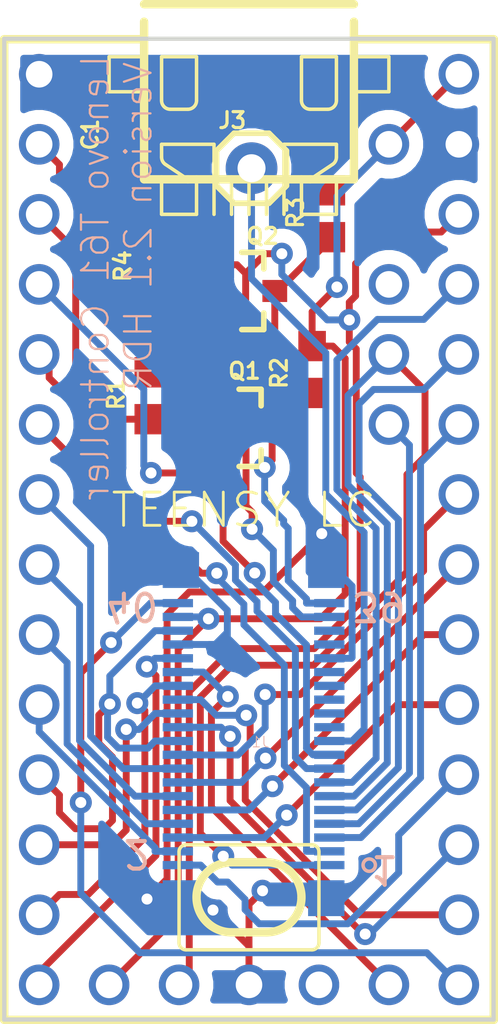
<source format=kicad_pcb>
(kicad_pcb (version 20171130) (host pcbnew "(5.1.0)-1")

  (general
    (thickness 1.6)
    (drawings 10)
    (tracks 384)
    (zones 0)
    (modules 10)
    (nets 43)
  )

  (page A4)
  (layers
    (0 Top signal)
    (31 Bottom signal)
    (32 B.Adhes user)
    (33 F.Adhes user)
    (34 B.Paste user)
    (35 F.Paste user)
    (36 B.SilkS user)
    (37 F.SilkS user)
    (38 B.Mask user)
    (39 F.Mask user)
    (40 Dwgs.User user)
    (41 Cmts.User user)
    (42 Eco1.User user)
    (43 Eco2.User user)
    (44 Edge.Cuts user)
    (45 Margin user)
    (46 B.CrtYd user)
    (47 F.CrtYd user)
    (48 B.Fab user)
    (49 F.Fab user)
  )

  (setup
    (last_trace_width 0.25)
    (trace_clearance 0.1524)
    (zone_clearance 0.508)
    (zone_45_only no)
    (trace_min 0.1524)
    (via_size 0.8)
    (via_drill 0.4)
    (via_min_size 0.4)
    (via_min_drill 0.3)
    (uvia_size 0.3)
    (uvia_drill 0.1)
    (uvias_allowed no)
    (uvia_min_size 0.2)
    (uvia_min_drill 0.1)
    (edge_width 0.05)
    (segment_width 0.2)
    (pcb_text_width 0.3)
    (pcb_text_size 1.5 1.5)
    (mod_edge_width 0.12)
    (mod_text_size 1 1)
    (mod_text_width 0.15)
    (pad_size 1.4732 1.4732)
    (pad_drill 0.9652)
    (pad_to_mask_clearance 0.0508)
    (solder_mask_min_width 0.25)
    (aux_axis_origin 0 0)
    (visible_elements 7FFFFFFF)
    (pcbplotparams
      (layerselection 0x010fc_ffffffff)
      (usegerberextensions false)
      (usegerberattributes false)
      (usegerberadvancedattributes false)
      (creategerberjobfile false)
      (excludeedgelayer true)
      (linewidth 0.100000)
      (plotframeref false)
      (viasonmask false)
      (mode 1)
      (useauxorigin false)
      (hpglpennumber 1)
      (hpglpenspeed 20)
      (hpglpendiameter 15.000000)
      (psnegative false)
      (psa4output false)
      (plotreference true)
      (plotvalue true)
      (plotinvisibletext false)
      (padsonsilk false)
      (subtractmaskfromsilk false)
      (outputformat 1)
      (mirror false)
      (drillshape 0)
      (scaleselection 1)
      (outputdirectory "grbls/"))
  )

  (net 0 "")
  (net 1 "Net-(J1-PadP$7)")
  (net 2 "Net-(C1-Pad2)")
  (net 3 "Net-(J1-PadP$1)")
  (net 4 "Net-(C1-Pad1)")
  (net 5 "Net-(U1-PadPGM)")
  (net 6 "Net-(J1-PadP$30)")
  (net 7 "Net-(U1-PadAREF)")
  (net 8 "Net-(Q2-Pad2)")
  (net 9 "Net-(J1-PadP$13)")
  (net 10 "Net-(J1-PadP$9)")
  (net 11 "Net-(J1-PadP$5)")
  (net 12 "Net-(J1-PadP$18)")
  (net 13 "Net-(J1-PadP$14)")
  (net 14 "Net-(J1-PadP$10)")
  (net 15 "Net-(J1-PadP$6)")
  (net 16 "Net-(J1-PadP$2)")
  (net 17 "Net-(J1-PadP$22)")
  (net 18 "Net-(J1-PadP$26)")
  (net 19 "Net-(J1-PadP$32)")
  (net 20 "Net-(J1-PadP$28)")
  (net 21 "Net-(J1-PadP$24)")
  (net 22 "Net-(J1-PadP$20)")
  (net 23 "Net-(J1-PadP$4)")
  (net 24 "Net-(J1-PadP$8)")
  (net 25 "Net-(J1-PadP$12)")
  (net 26 "Net-(J1-PadP$16)")
  (net 27 "Net-(J1-PadP$3)")
  (net 28 "Net-(J1-PadP$15)")
  (net 29 "Net-(J1-PadP$17)")
  (net 30 "Net-(Q1-Pad2)")
  (net 31 "Net-(J1-PadP$40)")
  (net 32 "Net-(J1-PadP$39)")
  (net 33 "Net-(J1-PadP$37)")
  (net 34 "Net-(J1-PadP$35)")
  (net 35 "Net-(J1-PadP$33)")
  (net 36 "Net-(J1-PadP$29)")
  (net 37 "Net-(J1-PadP$27)")
  (net 38 "Net-(J1-PadP$25)")
  (net 39 "Net-(J1-PadP$23)")
  (net 40 "Net-(J1-PadP$21)")
  (net 41 "Net-(J1-PadP$19)")
  (net 42 "Net-(J1-PadP$38)")

  (net_class Default "This is the default net class."
    (clearance 0.1524)
    (trace_width 0.25)
    (via_dia 0.8)
    (via_drill 0.4)
    (uvia_dia 0.3)
    (uvia_drill 0.1)
    (add_net "Net-(C1-Pad1)")
    (add_net "Net-(C1-Pad2)")
    (add_net "Net-(J1-PadP$1)")
    (add_net "Net-(J1-PadP$10)")
    (add_net "Net-(J1-PadP$12)")
    (add_net "Net-(J1-PadP$13)")
    (add_net "Net-(J1-PadP$14)")
    (add_net "Net-(J1-PadP$15)")
    (add_net "Net-(J1-PadP$16)")
    (add_net "Net-(J1-PadP$17)")
    (add_net "Net-(J1-PadP$18)")
    (add_net "Net-(J1-PadP$19)")
    (add_net "Net-(J1-PadP$2)")
    (add_net "Net-(J1-PadP$20)")
    (add_net "Net-(J1-PadP$21)")
    (add_net "Net-(J1-PadP$22)")
    (add_net "Net-(J1-PadP$23)")
    (add_net "Net-(J1-PadP$24)")
    (add_net "Net-(J1-PadP$25)")
    (add_net "Net-(J1-PadP$26)")
    (add_net "Net-(J1-PadP$27)")
    (add_net "Net-(J1-PadP$28)")
    (add_net "Net-(J1-PadP$29)")
    (add_net "Net-(J1-PadP$3)")
    (add_net "Net-(J1-PadP$30)")
    (add_net "Net-(J1-PadP$32)")
    (add_net "Net-(J1-PadP$33)")
    (add_net "Net-(J1-PadP$35)")
    (add_net "Net-(J1-PadP$37)")
    (add_net "Net-(J1-PadP$38)")
    (add_net "Net-(J1-PadP$39)")
    (add_net "Net-(J1-PadP$4)")
    (add_net "Net-(J1-PadP$40)")
    (add_net "Net-(J1-PadP$5)")
    (add_net "Net-(J1-PadP$6)")
    (add_net "Net-(J1-PadP$7)")
    (add_net "Net-(J1-PadP$8)")
    (add_net "Net-(J1-PadP$9)")
    (add_net "Net-(Q1-Pad2)")
    (add_net "Net-(Q2-Pad2)")
    (add_net "Net-(U1-PadAREF)")
    (add_net "Net-(U1-PadPGM)")
  )

  (module T61_LC_Scanner:0603 (layer Top) (tedit 0) (tstamp 5D6B3B74)
    (at 127.386 83.6794 90)
    (descr "<p><b>Generic 1608 (0603) package</b></p>\n<p>0.2mm courtyard excess rounded to nearest 0.05mm.</p>")
    (path /AC59532D)
    (fp_text reference C1 (at -0.5452 -0.92964 90) (layer F.SilkS)
      (effects (font (size 0.57912 0.57912) (thickness 0.115824)) (justify left top))
    )
    (fp_text value 0.1uF (at 0 0.762 90) (layer F.Fab)
      (effects (font (size 0.57912 0.57912) (thickness 0.115824)) (justify left top))
    )
    (fp_poly (pts (xy -0.1999 0.3) (xy 0.1999 0.3) (xy 0.1999 -0.3) (xy -0.1999 -0.3)) (layer F.Adhes) (width 0))
    (fp_poly (pts (xy 0.3302 0.4699) (xy 0.8303 0.4699) (xy 0.8303 -0.4801) (xy 0.3302 -0.4801)) (layer F.Fab) (width 0))
    (fp_poly (pts (xy -0.8382 0.4699) (xy -0.3381 0.4699) (xy -0.3381 -0.4801) (xy -0.8382 -0.4801)) (layer F.Fab) (width 0))
    (fp_line (start -0.356 0.419) (end 0.356 0.419) (layer F.Fab) (width 0.1016))
    (fp_line (start -0.356 -0.432) (end 0.356 -0.432) (layer F.Fab) (width 0.1016))
    (fp_line (start -1.6 0.7) (end -1.6 -0.7) (layer Dwgs.User) (width 0.0508))
    (fp_line (start 1.6 0.7) (end -1.6 0.7) (layer Dwgs.User) (width 0.0508))
    (fp_line (start 1.6 -0.7) (end 1.6 0.7) (layer Dwgs.User) (width 0.0508))
    (fp_line (start -1.6 -0.7) (end 1.6 -0.7) (layer Dwgs.User) (width 0.0508))
    (pad 2 smd rect (at 0.85 0 90) (size 1.1 1) (layers Top F.Paste F.Mask)
      (net 2 "Net-(C1-Pad2)") (solder_mask_margin 0.1016))
    (pad 1 smd rect (at -0.85 0 90) (size 1.1 1) (layers Top F.Paste F.Mask)
      (net 4 "Net-(C1-Pad1)") (solder_mask_margin 0.1016))
  )

  (module T61_LC_Scanner:WM6787CT-ND (layer Bottom) (tedit 0) (tstamp 5D6B3B90)
    (at 132.624 105.37 90)
    (path /F25548E4)
    (fp_text reference J1 (at 8.509 1.1684) (layer B.SilkS) hide
      (effects (font (size 0.38608 0.38608) (thickness 0.030886)) (justify left bottom mirror))
    )
    (fp_text value WM6787CT-ND (at 7.493 1.651) (layer B.SilkS) hide
      (effects (font (size 0.57912 0.57912) (thickness 0.046329)) (justify left bottom mirror))
    )
    (fp_circle (center -4.7 4.3) (end -4.476394 4.3) (layer B.SilkS) (width 0.127))
    (fp_text user J1 (at -0.01016 -0.00508 180) (layer B.SilkS)
      (effects (font (size 0.38608 0.38608) (thickness 0.032512)) (justify right top mirror))
    )
    (fp_text user >Value (at 7.493 1.651 180) (layer B.Fab)
      (effects (font (size 0.57912 0.57912) (thickness 0.048768)) (justify right top mirror))
    )
    (fp_line (start -6.9 2.5) (end -6.9 -2.3) (layer B.Fab) (width 0.127))
    (fp_line (start -6.9 -2.3) (end 7 -2.3) (layer B.Fab) (width 0.127))
    (fp_line (start 7 -2.3) (end 7 2.5) (layer B.Fab) (width 0.127))
    (fp_line (start 7 2.5) (end -6.9 2.5) (layer B.Fab) (width 0.127))
    (pad P$1 smd rect (at -4.7 2.85) (size 1.1 0.3) (layers Bottom B.Paste B.Mask)
      (net 3 "Net-(J1-PadP$1)") (solder_mask_margin 0.1016))
    (pad P$2 smd rect (at -4.7 -2.65) (size 1.1 0.3) (layers Bottom B.Paste B.Mask)
      (net 16 "Net-(J1-PadP$2)") (solder_mask_margin 0.1016))
    (pad P$3 smd rect (at -4.2 2.85) (size 1.1 0.3) (layers Bottom B.Paste B.Mask)
      (net 27 "Net-(J1-PadP$3)") (solder_mask_margin 0.1016))
    (pad P$4 smd rect (at -4.2 -2.65) (size 1.1 0.3) (layers Bottom B.Paste B.Mask)
      (net 23 "Net-(J1-PadP$4)") (solder_mask_margin 0.1016))
    (pad P$5 smd rect (at -3.7 2.85) (size 1.1 0.3) (layers Bottom B.Paste B.Mask)
      (net 11 "Net-(J1-PadP$5)") (solder_mask_margin 0.1016))
    (pad P$6 smd rect (at -3.7 -2.65) (size 1.1 0.3) (layers Bottom B.Paste B.Mask)
      (net 15 "Net-(J1-PadP$6)") (solder_mask_margin 0.1016))
    (pad P$7 smd rect (at -3.2 2.85) (size 1.1 0.3) (layers Bottom B.Paste B.Mask)
      (net 1 "Net-(J1-PadP$7)") (solder_mask_margin 0.1016))
    (pad P$8 smd rect (at -3.2 -2.65) (size 1.1 0.3) (layers Bottom B.Paste B.Mask)
      (net 24 "Net-(J1-PadP$8)") (solder_mask_margin 0.1016))
    (pad P$9 smd rect (at -2.7 2.85) (size 1.1 0.3) (layers Bottom B.Paste B.Mask)
      (net 10 "Net-(J1-PadP$9)") (solder_mask_margin 0.1016))
    (pad P$10 smd rect (at -2.7 -2.65) (size 1.1 0.3) (layers Bottom B.Paste B.Mask)
      (net 14 "Net-(J1-PadP$10)") (solder_mask_margin 0.1016))
    (pad P$11 smd rect (at -2.2 2.85) (size 1.1 0.3) (layers Bottom B.Paste B.Mask)
      (net 3 "Net-(J1-PadP$1)") (solder_mask_margin 0.1016))
    (pad P$12 smd rect (at -2.2 -2.65) (size 1.1 0.3) (layers Bottom B.Paste B.Mask)
      (net 25 "Net-(J1-PadP$12)") (solder_mask_margin 0.1016))
    (pad P$13 smd rect (at -1.7 2.85) (size 1.1 0.3) (layers Bottom B.Paste B.Mask)
      (net 9 "Net-(J1-PadP$13)") (solder_mask_margin 0.1016))
    (pad P$14 smd rect (at -1.7 -2.65) (size 1.1 0.3) (layers Bottom B.Paste B.Mask)
      (net 13 "Net-(J1-PadP$14)") (solder_mask_margin 0.1016))
    (pad P$15 smd rect (at -1.2 2.85) (size 1.1 0.3) (layers Bottom B.Paste B.Mask)
      (net 28 "Net-(J1-PadP$15)") (solder_mask_margin 0.1016))
    (pad P$16 smd rect (at -1.2 -2.65) (size 1.1 0.3) (layers Bottom B.Paste B.Mask)
      (net 26 "Net-(J1-PadP$16)") (solder_mask_margin 0.1016))
    (pad P$17 smd rect (at -0.7 2.85) (size 1.1 0.3) (layers Bottom B.Paste B.Mask)
      (net 29 "Net-(J1-PadP$17)") (solder_mask_margin 0.1016))
    (pad P$18 smd rect (at -0.7 -2.65) (size 1.1 0.3) (layers Bottom B.Paste B.Mask)
      (net 12 "Net-(J1-PadP$18)") (solder_mask_margin 0.1016))
    (pad P$19 smd rect (at -0.2 2.85) (size 1.1 0.3) (layers Bottom B.Paste B.Mask)
      (net 41 "Net-(J1-PadP$19)") (solder_mask_margin 0.1016))
    (pad P$20 smd rect (at -0.2 -2.65) (size 1.1 0.3) (layers Bottom B.Paste B.Mask)
      (net 22 "Net-(J1-PadP$20)") (solder_mask_margin 0.1016))
    (pad P$21 smd rect (at 0.3 2.85) (size 1.1 0.3) (layers Bottom B.Paste B.Mask)
      (net 40 "Net-(J1-PadP$21)") (solder_mask_margin 0.1016))
    (pad P$22 smd rect (at 0.3 -2.65) (size 1.1 0.3) (layers Bottom B.Paste B.Mask)
      (net 17 "Net-(J1-PadP$22)") (solder_mask_margin 0.1016))
    (pad P$23 smd rect (at 0.8 2.85) (size 1.1 0.3) (layers Bottom B.Paste B.Mask)
      (net 39 "Net-(J1-PadP$23)") (solder_mask_margin 0.1016))
    (pad P$24 smd rect (at 0.8 -2.65) (size 1.1 0.3) (layers Bottom B.Paste B.Mask)
      (net 21 "Net-(J1-PadP$24)") (solder_mask_margin 0.1016))
    (pad P$25 smd rect (at 1.3 2.85) (size 1.1 0.3) (layers Bottom B.Paste B.Mask)
      (net 38 "Net-(J1-PadP$25)") (solder_mask_margin 0.1016))
    (pad P$26 smd rect (at 1.3 -2.65) (size 1.1 0.3) (layers Bottom B.Paste B.Mask)
      (net 18 "Net-(J1-PadP$26)") (solder_mask_margin 0.1016))
    (pad P$27 smd rect (at 1.8 2.85) (size 1.1 0.3) (layers Bottom B.Paste B.Mask)
      (net 37 "Net-(J1-PadP$27)") (solder_mask_margin 0.1016))
    (pad P$28 smd rect (at 1.8 -2.65) (size 1.1 0.3) (layers Bottom B.Paste B.Mask)
      (net 20 "Net-(J1-PadP$28)") (solder_mask_margin 0.1016))
    (pad P$29 smd rect (at 2.3 2.85) (size 1.1 0.3) (layers Bottom B.Paste B.Mask)
      (net 36 "Net-(J1-PadP$29)") (solder_mask_margin 0.1016))
    (pad P$30 smd rect (at 2.3 -2.65) (size 1.1 0.3) (layers Bottom B.Paste B.Mask)
      (net 6 "Net-(J1-PadP$30)") (solder_mask_margin 0.1016))
    (pad P$31 smd rect (at 2.8 2.85) (size 1.1 0.3) (layers Bottom B.Paste B.Mask)
      (net 2 "Net-(C1-Pad2)") (solder_mask_margin 0.1016))
    (pad P$32 smd rect (at 2.8 -2.65) (size 1.1 0.3) (layers Bottom B.Paste B.Mask)
      (net 19 "Net-(J1-PadP$32)") (solder_mask_margin 0.1016))
    (pad P$33 smd rect (at 3.3 2.85) (size 1.1 0.3) (layers Bottom B.Paste B.Mask)
      (net 35 "Net-(J1-PadP$33)") (solder_mask_margin 0.1016))
    (pad P$34 smd rect (at 3.3 -2.65) (size 1.1 0.3) (layers Bottom B.Paste B.Mask)
      (net 2 "Net-(C1-Pad2)") (solder_mask_margin 0.1016))
    (pad P$35 smd rect (at 3.8 2.85) (size 1.1 0.3) (layers Bottom B.Paste B.Mask)
      (net 34 "Net-(J1-PadP$35)") (solder_mask_margin 0.1016))
    (pad P$36 smd rect (at 3.8 -2.65) (size 1.1 0.3) (layers Bottom B.Paste B.Mask)
      (net 22 "Net-(J1-PadP$20)") (solder_mask_margin 0.1016))
    (pad P$37 smd rect (at 4.3 2.85) (size 1.1 0.3) (layers Bottom B.Paste B.Mask)
      (net 33 "Net-(J1-PadP$37)") (solder_mask_margin 0.1016))
    (pad P$38 smd rect (at 4.3 -2.65) (size 1.1 0.3) (layers Bottom B.Paste B.Mask)
      (net 42 "Net-(J1-PadP$38)") (solder_mask_margin 0.1016))
    (pad P$39 smd rect (at 4.8 2.85) (size 1.1 0.3) (layers Bottom B.Paste B.Mask)
      (net 32 "Net-(J1-PadP$39)") (solder_mask_margin 0.1016))
    (pad P$40 smd rect (at 4.8 -2.65) (size 1.1 0.3) (layers Bottom B.Paste B.Mask)
      (net 31 "Net-(J1-PadP$40)") (solder_mask_margin 0.1016))
    (pad P$43 smd rect (at 6 2.74 180) (size 1.32 1.3) (layers Bottom B.Paste B.Mask)
      (net 2 "Net-(C1-Pad2)") (solder_mask_margin 0.1016))
    (pad P$44 smd rect (at 6 -2.54) (size 1.32 1.3) (layers Bottom B.Paste B.Mask)
      (net 2 "Net-(C1-Pad2)") (solder_mask_margin 0.1016))
    (pad P$41 smd rect (at -5.9 2.74) (size 1.32 1.3) (layers Bottom B.Paste B.Mask)
      (net 2 "Net-(C1-Pad2)") (solder_mask_margin 0.1016))
    (pad P$42 smd rect (at -5.9 -2.54) (size 1.32 1.3) (layers Bottom B.Paste B.Mask)
      (net 2 "Net-(C1-Pad2)") (solder_mask_margin 0.1016))
  )

  (module T61_LC_Scanner:SOT23-3 (layer Top) (tedit 0) (tstamp 5D6B3BE8)
    (at 132.298 94.2137 270)
    (descr SOT23-3)
    (path /FD967CEB)
    (fp_text reference Q1 (at -1.72156 0.5619) (layer F.SilkS)
      (effects (font (size 0.57912 0.57912) (thickness 0.115824)) (justify left bottom))
    )
    (fp_text value 220mA/50V/3.5Ω (at 1.651 0) (layer F.Fab)
      (effects (font (size 0.57912 0.57912) (thickness 0.115824)) (justify left bottom))
    )
    (fp_line (start 1.4 -0.7) (end 1.4 0.1) (layer F.SilkS) (width 0.2032))
    (fp_line (start 0.8 -0.7) (end 1.4 -0.7) (layer F.SilkS) (width 0.2032))
    (fp_line (start -1.4 -0.7) (end -1.4 0.1) (layer F.SilkS) (width 0.2032))
    (fp_line (start -0.8 -0.7) (end -1.4 -0.7) (layer F.SilkS) (width 0.2032))
    (fp_line (start -1.4224 -0.6604) (end 1.4224 -0.6604) (layer F.Fab) (width 0.1524))
    (fp_line (start -1.4224 0.6604) (end -1.4224 -0.6604) (layer F.Fab) (width 0.1524))
    (fp_line (start 1.4224 0.6604) (end -1.4224 0.6604) (layer F.Fab) (width 0.1524))
    (fp_line (start 1.4224 -0.6604) (end 1.4224 0.6604) (layer F.Fab) (width 0.1524))
    (pad 3 smd rect (at 0 -1.1 270) (size 0.8 0.9) (layers Top F.Paste F.Mask)
      (net 32 "Net-(J1-PadP$39)") (solder_mask_margin 0.1016))
    (pad 2 smd rect (at 0.95 1 270) (size 0.8 0.9) (layers Top F.Paste F.Mask)
      (net 30 "Net-(Q1-Pad2)") (solder_mask_margin 0.1016))
    (pad 1 smd rect (at -0.95 1 270) (size 0.8 0.9) (layers Top F.Paste F.Mask)
      (net 4 "Net-(C1-Pad1)") (solder_mask_margin 0.1016))
  )

  (module T61_LC_Scanner:SOT23-3 (layer Top) (tedit 0) (tstamp 5D6B3BF6)
    (at 132.395 89.2505 270)
    (descr SOT23-3)
    (path /236734CD)
    (fp_text reference Q2 (at -1.651 0) (layer F.SilkS)
      (effects (font (size 0.57912 0.57912) (thickness 0.115824)) (justify left bottom))
    )
    (fp_text value 220mA/50V/3.5Ω (at 1.651 0) (layer F.Fab)
      (effects (font (size 0.57912 0.57912) (thickness 0.115824)) (justify left bottom))
    )
    (fp_line (start 1.4 -0.7) (end 1.4 0.1) (layer F.SilkS) (width 0.2032))
    (fp_line (start 0.8 -0.7) (end 1.4 -0.7) (layer F.SilkS) (width 0.2032))
    (fp_line (start -1.4 -0.7) (end -1.4 0.1) (layer F.SilkS) (width 0.2032))
    (fp_line (start -0.8 -0.7) (end -1.4 -0.7) (layer F.SilkS) (width 0.2032))
    (fp_line (start -1.4224 -0.6604) (end 1.4224 -0.6604) (layer F.Fab) (width 0.1524))
    (fp_line (start -1.4224 0.6604) (end -1.4224 -0.6604) (layer F.Fab) (width 0.1524))
    (fp_line (start 1.4224 0.6604) (end -1.4224 0.6604) (layer F.Fab) (width 0.1524))
    (fp_line (start 1.4224 -0.6604) (end 1.4224 0.6604) (layer F.Fab) (width 0.1524))
    (pad 3 smd rect (at 0 -1.1 270) (size 0.8 0.9) (layers Top F.Paste F.Mask)
      (net 33 "Net-(J1-PadP$37)") (solder_mask_margin 0.1016))
    (pad 2 smd rect (at 0.95 1 270) (size 0.8 0.9) (layers Top F.Paste F.Mask)
      (net 8 "Net-(Q2-Pad2)") (solder_mask_margin 0.1016))
    (pad 1 smd rect (at -0.95 1 270) (size 0.8 0.9) (layers Top F.Paste F.Mask)
      (net 4 "Net-(C1-Pad1)") (solder_mask_margin 0.1016))
  )

  (module T61_LC_Scanner:0603 (layer Top) (tedit 0) (tstamp 5D6B3C04)
    (at 128.9 93.05 90)
    (descr "<p><b>Generic 1608 (0603) package</b></p>\n<p>0.2mm courtyard excess rounded to nearest 0.05mm.</p>")
    (path /5FC72806)
    (fp_text reference R1 (at -0.58904 -0.83258 90) (layer F.SilkS)
      (effects (font (size 0.57912 0.57912) (thickness 0.115824)) (justify left bottom))
    )
    (fp_text value 10k (at 0 0.762 90) (layer F.Fab)
      (effects (font (size 0.57912 0.57912) (thickness 0.115824)) (justify left bottom))
    )
    (fp_poly (pts (xy -0.1999 0.3) (xy 0.1999 0.3) (xy 0.1999 -0.3) (xy -0.1999 -0.3)) (layer F.Adhes) (width 0))
    (fp_poly (pts (xy 0.3302 0.4699) (xy 0.8303 0.4699) (xy 0.8303 -0.4801) (xy 0.3302 -0.4801)) (layer F.Fab) (width 0))
    (fp_poly (pts (xy -0.8382 0.4699) (xy -0.3381 0.4699) (xy -0.3381 -0.4801) (xy -0.8382 -0.4801)) (layer F.Fab) (width 0))
    (fp_line (start -0.356 0.419) (end 0.356 0.419) (layer F.Fab) (width 0.1016))
    (fp_line (start -0.356 -0.432) (end 0.356 -0.432) (layer F.Fab) (width 0.1016))
    (fp_line (start -1.6 0.7) (end -1.6 -0.7) (layer Dwgs.User) (width 0.0508))
    (fp_line (start 1.6 0.7) (end -1.6 0.7) (layer Dwgs.User) (width 0.0508))
    (fp_line (start 1.6 -0.7) (end 1.6 0.7) (layer Dwgs.User) (width 0.0508))
    (fp_line (start -1.6 -0.7) (end 1.6 -0.7) (layer Dwgs.User) (width 0.0508))
    (pad 2 smd rect (at 0.85 0 90) (size 1.1 1) (layers Top F.Paste F.Mask)
      (net 4 "Net-(C1-Pad1)") (solder_mask_margin 0.1016))
    (pad 1 smd rect (at -0.85 0 90) (size 1.1 1) (layers Top F.Paste F.Mask)
      (net 30 "Net-(Q1-Pad2)") (solder_mask_margin 0.1016))
  )

  (module T61_LC_Scanner:0603 (layer Top) (tedit 0) (tstamp 5D6B3C12)
    (at 134.85 92.0988 90)
    (descr "<p><b>Generic 1608 (0603) package</b></p>\n<p>0.2mm courtyard excess rounded to nearest 0.05mm.</p>")
    (path /8EFFCFBB)
    (fp_text reference R2 (at -0.77008 -0.86046 90) (layer F.SilkS)
      (effects (font (size 0.57912 0.57912) (thickness 0.115824)) (justify left bottom))
    )
    (fp_text value 10k (at 0 0.762 90) (layer F.Fab)
      (effects (font (size 0.57912 0.57912) (thickness 0.115824)) (justify left bottom))
    )
    (fp_poly (pts (xy -0.1999 0.3) (xy 0.1999 0.3) (xy 0.1999 -0.3) (xy -0.1999 -0.3)) (layer F.Adhes) (width 0))
    (fp_poly (pts (xy 0.3302 0.4699) (xy 0.8303 0.4699) (xy 0.8303 -0.4801) (xy 0.3302 -0.4801)) (layer F.Fab) (width 0))
    (fp_poly (pts (xy -0.8382 0.4699) (xy -0.3381 0.4699) (xy -0.3381 -0.4801) (xy -0.8382 -0.4801)) (layer F.Fab) (width 0))
    (fp_line (start -0.356 0.419) (end 0.356 0.419) (layer F.Fab) (width 0.1016))
    (fp_line (start -0.356 -0.432) (end 0.356 -0.432) (layer F.Fab) (width 0.1016))
    (fp_line (start -1.6 0.7) (end -1.6 -0.7) (layer Dwgs.User) (width 0.0508))
    (fp_line (start 1.6 0.7) (end -1.6 0.7) (layer Dwgs.User) (width 0.0508))
    (fp_line (start 1.6 -0.7) (end 1.6 0.7) (layer Dwgs.User) (width 0.0508))
    (fp_line (start -1.6 -0.7) (end 1.6 -0.7) (layer Dwgs.User) (width 0.0508))
    (pad 2 smd rect (at 0.85 0 90) (size 1.1 1) (layers Top F.Paste F.Mask)
      (net 42 "Net-(J1-PadP$38)") (solder_mask_margin 0.1016))
    (pad 1 smd rect (at -0.85 0 90) (size 1.1 1) (layers Top F.Paste F.Mask)
      (net 32 "Net-(J1-PadP$39)") (solder_mask_margin 0.1016))
  )

  (module T61_LC_Scanner:0603 (layer Top) (tedit 0) (tstamp 5D6B3C20)
    (at 135.55 86.45 90)
    (descr "<p><b>Generic 1608 (0603) package</b></p>\n<p>0.2mm courtyard excess rounded to nearest 0.05mm.</p>")
    (path /ABABC248)
    (fp_text reference R3 (at -0.6056 -0.96874 90) (layer F.SilkS)
      (effects (font (size 0.57912 0.57912) (thickness 0.115824)) (justify left bottom))
    )
    (fp_text value 10k (at 0 0.762 90) (layer F.Fab)
      (effects (font (size 0.57912 0.57912) (thickness 0.115824)) (justify left bottom))
    )
    (fp_poly (pts (xy -0.1999 0.3) (xy 0.1999 0.3) (xy 0.1999 -0.3) (xy -0.1999 -0.3)) (layer F.Adhes) (width 0))
    (fp_poly (pts (xy 0.3302 0.4699) (xy 0.8303 0.4699) (xy 0.8303 -0.4801) (xy 0.3302 -0.4801)) (layer F.Fab) (width 0))
    (fp_poly (pts (xy -0.8382 0.4699) (xy -0.3381 0.4699) (xy -0.3381 -0.4801) (xy -0.8382 -0.4801)) (layer F.Fab) (width 0))
    (fp_line (start -0.356 0.419) (end 0.356 0.419) (layer F.Fab) (width 0.1016))
    (fp_line (start -0.356 -0.432) (end 0.356 -0.432) (layer F.Fab) (width 0.1016))
    (fp_line (start -1.6 0.7) (end -1.6 -0.7) (layer Dwgs.User) (width 0.0508))
    (fp_line (start 1.6 0.7) (end -1.6 0.7) (layer Dwgs.User) (width 0.0508))
    (fp_line (start 1.6 -0.7) (end 1.6 0.7) (layer Dwgs.User) (width 0.0508))
    (fp_line (start -1.6 -0.7) (end 1.6 -0.7) (layer Dwgs.User) (width 0.0508))
    (pad 2 smd rect (at 0.85 0 90) (size 1.1 1) (layers Top F.Paste F.Mask)
      (net 42 "Net-(J1-PadP$38)") (solder_mask_margin 0.1016))
    (pad 1 smd rect (at -0.85 0 90) (size 1.1 1) (layers Top F.Paste F.Mask)
      (net 33 "Net-(J1-PadP$37)") (solder_mask_margin 0.1016))
  )

  (module T61_LC_Scanner:0603 (layer Top) (tedit 0) (tstamp 5D6B3C2E)
    (at 129.15 88.35 90)
    (descr "<p><b>Generic 1608 (0603) package</b></p>\n<p>0.2mm courtyard excess rounded to nearest 0.05mm.</p>")
    (path /B13F4994)
    (fp_text reference R4 (at -0.64008 -0.8382 90) (layer F.SilkS)
      (effects (font (size 0.57912 0.57912) (thickness 0.115824)) (justify left bottom))
    )
    (fp_text value 10k (at 0 0.762 90) (layer F.Fab)
      (effects (font (size 0.57912 0.57912) (thickness 0.115824)) (justify left bottom))
    )
    (fp_poly (pts (xy -0.1999 0.3) (xy 0.1999 0.3) (xy 0.1999 -0.3) (xy -0.1999 -0.3)) (layer F.Adhes) (width 0))
    (fp_poly (pts (xy 0.3302 0.4699) (xy 0.8303 0.4699) (xy 0.8303 -0.4801) (xy 0.3302 -0.4801)) (layer F.Fab) (width 0))
    (fp_poly (pts (xy -0.8382 0.4699) (xy -0.3381 0.4699) (xy -0.3381 -0.4801) (xy -0.8382 -0.4801)) (layer F.Fab) (width 0))
    (fp_line (start -0.356 0.419) (end 0.356 0.419) (layer F.Fab) (width 0.1016))
    (fp_line (start -0.356 -0.432) (end 0.356 -0.432) (layer F.Fab) (width 0.1016))
    (fp_line (start -1.6 0.7) (end -1.6 -0.7) (layer Dwgs.User) (width 0.0508))
    (fp_line (start 1.6 0.7) (end -1.6 0.7) (layer Dwgs.User) (width 0.0508))
    (fp_line (start 1.6 -0.7) (end 1.6 0.7) (layer Dwgs.User) (width 0.0508))
    (fp_line (start -1.6 -0.7) (end 1.6 -0.7) (layer Dwgs.User) (width 0.0508))
    (pad 2 smd rect (at 0.85 0 90) (size 1.1 1) (layers Top F.Paste F.Mask)
      (net 4 "Net-(C1-Pad1)") (solder_mask_margin 0.1016))
    (pad 1 smd rect (at -0.85 0 90) (size 1.1 1) (layers Top F.Paste F.Mask)
      (net 8 "Net-(Q2-Pad2)") (solder_mask_margin 0.1016))
  )

  (module T61_LC_Scanner:TEENSY_LC (layer Top) (tedit 0) (tstamp 5D6B3C4A)
    (at 132.558 97.9018 270)
    (path /94FABF20)
    (fp_text reference U1 (at 0 0 270) (layer F.SilkS) hide
      (effects (font (size 1.27 1.27) (thickness 0.15)) (justify right top))
    )
    (fp_text value TEENSY_LC (at 0 0 270) (layer F.SilkS) hide
      (effects (font (size 1.27 1.27) (thickness 0.15)) (justify right top))
    )
    (fp_line (start -18.415 -3.81) (end -12.7 -3.81) (layer F.SilkS) (width 0.3048))
    (fp_line (start -18.415 3.81) (end -12.7 3.81) (layer F.SilkS) (width 0.3048))
    (fp_line (start -15.875 -5.08) (end -17.145 -5.08) (layer F.SilkS) (width 0.127))
    (fp_line (start -15.875 -3.81) (end -15.875 -5.08) (layer F.SilkS) (width 0.127))
    (fp_line (start -17.145 -3.81) (end -17.145 -5.08) (layer F.SilkS) (width 0.127))
    (fp_line (start -15.875 5.08) (end -17.145 5.08) (layer F.SilkS) (width 0.127))
    (fp_line (start -15.875 3.81) (end -15.875 5.08) (layer F.SilkS) (width 0.127))
    (fp_line (start -13.240743 3.033615) (end -12.7 2.2225) (layer F.SilkS) (width 0.127))
    (fp_arc (start -13.50492 2.857498) (end -13.504921 3.175) (angle -56.310402) (layer F.SilkS) (width 0.127))
    (fp_line (start -13.97 3.175) (end -13.504921 3.175) (layer F.SilkS) (width 0.127))
    (fp_line (start -13.97 1.27) (end -13.97 3.175) (layer F.SilkS) (width 0.127))
    (fp_line (start -12.7 1.27) (end -13.97 1.27) (layer F.SilkS) (width 0.127))
    (fp_line (start -13.240743 -3.033615) (end -12.7 -2.2225) (layer F.SilkS) (width 0.127))
    (fp_arc (start -13.50492 -2.857498) (end -13.504921 -3.175) (angle 56.310402) (layer F.SilkS) (width 0.127))
    (fp_line (start -13.97 -3.175) (end -13.504921 -3.175) (layer F.SilkS) (width 0.127))
    (fp_line (start -13.97 -1.27) (end -13.97 -3.175) (layer F.SilkS) (width 0.127))
    (fp_line (start -12.7 -1.27) (end -13.97 -1.27) (layer F.SilkS) (width 0.127))
    (fp_line (start -17.145 1.905) (end -17.145 3.175) (layer F.SilkS) (width 0.127))
    (fp_line (start -17.145 -3.175) (end -17.145 -1.905) (layer F.SilkS) (width 0.127))
    (fp_line (start -15.5575 1.905) (end -17.145 1.905) (layer F.SilkS) (width 0.127))
    (fp_arc (start -15.5575 2.2225) (end -15.24 2.2225) (angle -90) (layer F.SilkS) (width 0.127))
    (fp_line (start -15.24 2.8575) (end -15.24 2.2225) (layer F.SilkS) (width 0.127))
    (fp_arc (start -15.5575 2.8575) (end -15.5575 3.175) (angle -90) (layer F.SilkS) (width 0.127))
    (fp_line (start -17.145 3.175) (end -15.5575 3.175) (layer F.SilkS) (width 0.127))
    (fp_line (start -15.5575 -1.905) (end -17.145 -1.905) (layer F.SilkS) (width 0.127))
    (fp_arc (start -15.5575 -2.2225) (end -15.24 -2.2225) (angle 90) (layer F.SilkS) (width 0.127))
    (fp_line (start -15.24 -2.8575) (end -15.24 -2.2225) (layer F.SilkS) (width 0.127))
    (fp_arc (start -15.5575 -2.8575) (end -15.5575 -3.175) (angle 90) (layer F.SilkS) (width 0.127))
    (fp_line (start -17.145 -3.175) (end -15.5575 -3.175) (layer F.SilkS) (width 0.127))
    (fp_line (start -17.145 3.81) (end -17.145 5.08) (layer F.SilkS) (width 0.127))
    (fp_line (start -11.43 3.175) (end -12.7 3.175) (layer F.SilkS) (width 0.127))
    (fp_line (start -11.43 1.905) (end -11.43 3.175) (layer F.SilkS) (width 0.127))
    (fp_line (start -12.7 1.905) (end -11.43 1.905) (layer F.SilkS) (width 0.127))
    (fp_line (start -11.43 -3.175) (end -12.7 -3.175) (layer F.SilkS) (width 0.127))
    (fp_line (start -11.43 -1.905) (end -11.43 -3.175) (layer F.SilkS) (width 0.127))
    (fp_line (start -12.7 -1.905) (end -11.43 -1.905) (layer F.SilkS) (width 0.127))
    (fp_line (start -12.7 1.27) (end -11.43 1.27) (layer F.SilkS) (width 0.127))
    (fp_line (start -12.7 0.635) (end -11.43 0.635) (layer F.SilkS) (width 0.127))
    (fp_line (start -12.7 -1.27) (end -11.43 -1.27) (layer F.SilkS) (width 0.127))
    (fp_line (start -12.7 -0.635) (end -11.43 -0.635) (layer F.SilkS) (width 0.127))
    (fp_line (start -12.7 0) (end -11.43 0) (layer F.SilkS) (width 0.127))
    (fp_line (start -12.7 -3.175) (end -12.7 -3.81) (layer F.SilkS) (width 0.3048))
    (fp_line (start -12.7 -2.2225) (end -12.7 -3.175) (layer F.SilkS) (width 0.3048))
    (fp_line (start -12.7 -1.905) (end -12.7 -2.2225) (layer F.SilkS) (width 0.3048))
    (fp_line (start -12.7 -1.27) (end -12.7 -1.905) (layer F.SilkS) (width 0.3048))
    (fp_line (start -12.7 -0.635) (end -12.7 -1.27) (layer F.SilkS) (width 0.3048))
    (fp_line (start -12.7 0) (end -12.7 -0.635) (layer F.SilkS) (width 0.3048))
    (fp_line (start -12.7 0.635) (end -12.7 0) (layer F.SilkS) (width 0.3048))
    (fp_line (start -12.7 1.27) (end -12.7 0.635) (layer F.SilkS) (width 0.3048))
    (fp_line (start -12.7 1.905) (end -12.7 1.27) (layer F.SilkS) (width 0.3048))
    (fp_line (start -12.7 2.2225) (end -12.7 1.905) (layer F.SilkS) (width 0.3048))
    (fp_line (start -12.7 3.175) (end -12.7 2.2225) (layer F.SilkS) (width 0.3048))
    (fp_line (start -12.7 3.81) (end -12.7 3.175) (layer F.SilkS) (width 0.3048))
    (fp_line (start -19.05 -3.81) (end -19.05 3.81) (layer F.SilkS) (width 0.3048))
    (fp_text user "TEENSY LC" (at 0 5.08) (layer F.SilkS)
      (effects (font (size 1.2065 1.2065) (thickness 0.1016)) (justify left bottom))
    )
    (fp_arc (start 13.335 0.634999) (end 14.605 0.635) (angle 90) (layer F.SilkS) (width 0.3048))
    (fp_line (start 14.605 -0.635) (end 14.605 0.635) (layer F.SilkS) (width 0.3048))
    (fp_arc (start 13.335 -0.634999) (end 13.335 -1.905) (angle 90) (layer F.SilkS) (width 0.3048))
    (fp_arc (start 13.335 -0.634999) (end 12.065 -0.635) (angle 90) (layer F.SilkS) (width 0.3048))
    (fp_line (start 12.065 0.635) (end 12.065 -0.635) (layer F.SilkS) (width 0.3048))
    (fp_arc (start 13.335 0.634999) (end 13.335 1.905) (angle 90) (layer F.SilkS) (width 0.3048))
    (fp_arc (start 11.684 2.286) (end 11.43 2.286) (angle -90) (layer F.SilkS) (width 0.127))
    (fp_line (start 11.43 -2.286) (end 11.43 2.286) (layer F.SilkS) (width 0.127))
    (fp_arc (start 11.684 -2.286) (end 11.684 -2.54) (angle -90) (layer F.SilkS) (width 0.127))
    (fp_line (start 14.986 -2.54) (end 11.684 -2.54) (layer F.SilkS) (width 0.127))
    (fp_arc (start 14.986 -2.286) (end 15.24 -2.286) (angle -90) (layer F.SilkS) (width 0.127))
    (fp_line (start 15.24 2.286) (end 15.24 -2.286) (layer F.SilkS) (width 0.127))
    (fp_arc (start 14.986 2.286) (end 14.986 2.54) (angle -90) (layer F.SilkS) (width 0.127))
    (fp_line (start 11.684 2.54) (end 14.986 2.54) (layer F.SilkS) (width 0.127))
    (fp_line (start -17.78 8.89) (end -17.78 3.81) (layer F.SilkS) (width 0.3048))
    (fp_line (start -17.78 -8.89) (end -17.78 -3.81) (layer F.SilkS) (width 0.3048))
    (fp_line (start 17.78 -8.89) (end 17.78 8.89) (layer F.SilkS) (width 0.3048))
    (fp_line (start 17.78 8.89) (end -17.78 8.89) (layer F.SilkS) (width 0.3048))
    (fp_line (start -17.78 -8.89) (end 17.78 -8.89) (layer F.SilkS) (width 0.3048))
    (pad 25 thru_hole circle (at -3.81 -5.08 90) (size 1.4732 1.4732) (drill 0.9652) (layers *.Cu *.Mask)
      (net 1 "Net-(J1-PadP$7)") (solder_mask_margin 0.1016))
    (pad GND3 thru_hole circle (at 16.51 0 90) (size 1.4732 1.4732) (drill 0.9652) (layers *.Cu *.Mask)
      (net 2 "Net-(C1-Pad2)") (solder_mask_margin 0.1016))
    (pad 24 thru_hole circle (at -6.35 -5.08 90) (size 1.4732 1.4732) (drill 0.9652) (layers *.Cu *.Mask)
      (net 3 "Net-(J1-PadP$1)") (solder_mask_margin 0.1016))
    (pad 3V2 thru_hole circle (at 16.51 2.54 270) (size 1.4732 1.4732) (drill 0.9652) (layers *.Cu *.Mask)
      (net 4 "Net-(C1-Pad1)") (solder_mask_margin 0.1016))
    (pad VIN thru_hole circle (at 16.51 5.08 270) (size 1.4732 1.4732) (drill 0.9652) (layers *.Cu *.Mask)
      (net 42 "Net-(J1-PadP$38)") (solder_mask_margin 0.1016))
    (pad VUSB thru_hole circle (at -13.97 -5.08 90) (size 1.4732 1.4732) (drill 0.9652) (layers *.Cu *.Mask)
      (net 42 "Net-(J1-PadP$38)") (solder_mask_margin 0.1016))
    (pad PGM thru_hole circle (at 16.51 -2.54 90) (size 1.4732 1.4732) (drill 0.9652) (layers *.Cu *.Mask)
      (net 5 "Net-(U1-PadPGM)") (solder_mask_margin 0.1016))
    (pad 26 thru_hole circle (at 16.51 -5.08 270) (size 1.4732 1.4732) (drill 0.9652) (layers *.Cu *.Mask)
      (net 6 "Net-(J1-PadP$30)") (solder_mask_margin 0.1016))
    (pad AREF thru_hole circle (at -8.89 -5.08 90) (size 1.4732 1.4732) (drill 0.9652) (layers *.Cu *.Mask)
      (net 7 "Net-(U1-PadAREF)") (solder_mask_margin 0.1016))
    (pad 5V thru_hole circle (at -16.51 -7.62 270) (size 1.4732 1.4732) (drill 0.9652) (layers *.Cu *.Mask)
      (net 42 "Net-(J1-PadP$38)") (solder_mask_margin 0.1016))
    (pad GND1 thru_hole circle (at -16.51 7.62 270) (size 1.4732 1.4732) (drill 0.9652) (layers *.Cu *.Mask)
      (net 2 "Net-(C1-Pad2)") (solder_mask_margin 0.1016))
    (pad GND2 thru_hole circle (at -13.97 -7.62 270) (size 1.4732 1.4732) (drill 0.9652) (layers *.Cu *.Mask)
      (net 2 "Net-(C1-Pad2)") (solder_mask_margin 0.1016))
    (pad 3V1 thru_hole circle (at -11.43 -7.62 270) (size 1.4732 1.4732) (drill 0.9652) (layers *.Cu *.Mask)
      (net 4 "Net-(C1-Pad1)") (solder_mask_margin 0.1016))
    (pad 0 thru_hole circle (at -13.97 7.62 270) (size 1.4732 1.4732) (drill 0.9652) (layers *.Cu *.Mask)
      (net 8 "Net-(Q2-Pad2)") (solder_mask_margin 0.1016))
    (pad 23 thru_hole circle (at -8.89 -7.62 270) (size 1.4732 1.4732) (drill 0.9652) (layers *.Cu *.Mask)
      (net 9 "Net-(J1-PadP$13)") (solder_mask_margin 0.1016))
    (pad 22 thru_hole circle (at -6.35 -7.62 270) (size 1.4732 1.4732) (drill 0.9652) (layers *.Cu *.Mask)
      (net 10 "Net-(J1-PadP$9)") (solder_mask_margin 0.1016))
    (pad 21 thru_hole circle (at -3.81 -7.62 270) (size 1.4732 1.4732) (drill 0.9652) (layers *.Cu *.Mask)
      (net 11 "Net-(J1-PadP$5)") (solder_mask_margin 0.1016))
    (pad 20 thru_hole circle (at -1.27 -7.62 270) (size 1.4732 1.4732) (drill 0.9652) (layers *.Cu *.Mask)
      (net 12 "Net-(J1-PadP$18)") (solder_mask_margin 0.1016))
    (pad 19 thru_hole circle (at 1.27 -7.62 270) (size 1.4732 1.4732) (drill 0.9652) (layers *.Cu *.Mask)
      (net 13 "Net-(J1-PadP$14)") (solder_mask_margin 0.1016))
    (pad 18 thru_hole circle (at 3.81 -7.62 270) (size 1.4732 1.4732) (drill 0.9652) (layers *.Cu *.Mask)
      (net 14 "Net-(J1-PadP$10)") (solder_mask_margin 0.1016))
    (pad 17 thru_hole circle (at 6.35 -7.62 270) (size 1.4732 1.4732) (drill 0.9652) (layers *.Cu *.Mask)
      (net 15 "Net-(J1-PadP$6)") (solder_mask_margin 0.1016))
    (pad 16 thru_hole circle (at 8.89 -7.62 270) (size 1.4732 1.4732) (drill 0.9652) (layers *.Cu *.Mask)
      (net 16 "Net-(J1-PadP$2)") (solder_mask_margin 0.1016))
    (pad 15 thru_hole circle (at 11.43 -7.62 270) (size 1.4732 1.4732) (drill 0.9652) (layers *.Cu *.Mask)
      (net 17 "Net-(J1-PadP$22)") (solder_mask_margin 0.1016))
    (pad 14 thru_hole circle (at 13.97 -7.62 270) (size 1.4732 1.4732) (drill 0.9652) (layers *.Cu *.Mask)
      (net 18 "Net-(J1-PadP$26)") (solder_mask_margin 0.1016))
    (pad 13 thru_hole circle (at 16.51 -7.62 270) (size 1.4732 1.4732) (drill 0.9652) (layers *.Cu *.Mask)
      (net 31 "Net-(J1-PadP$40)") (solder_mask_margin 0.1016))
    (pad 12 thru_hole circle (at 16.51 7.62 270) (size 1.4732 1.4732) (drill 0.9652) (layers *.Cu *.Mask)
      (net 19 "Net-(J1-PadP$32)") (solder_mask_margin 0.1016))
    (pad 11 thru_hole circle (at 13.97 7.62 270) (size 1.4732 1.4732) (drill 0.9652) (layers *.Cu *.Mask)
      (net 20 "Net-(J1-PadP$28)") (solder_mask_margin 0.1016))
    (pad 10 thru_hole circle (at 11.43 7.62 270) (size 1.4732 1.4732) (drill 0.9652) (layers *.Cu *.Mask)
      (net 21 "Net-(J1-PadP$24)") (solder_mask_margin 0.1016))
    (pad 9 thru_hole circle (at 8.89 7.62 270) (size 1.4732 1.4732) (drill 0.9652) (layers *.Cu *.Mask)
      (net 22 "Net-(J1-PadP$20)") (solder_mask_margin 0.1016))
    (pad 8 thru_hole circle (at 6.35 7.62 270) (size 1.4732 1.4732) (drill 0.9652) (layers *.Cu *.Mask)
      (net 23 "Net-(J1-PadP$4)") (solder_mask_margin 0.1016))
    (pad 7 thru_hole circle (at 3.81 7.62 270) (size 1.4732 1.4732) (drill 0.9652) (layers *.Cu *.Mask)
      (net 24 "Net-(J1-PadP$8)") (solder_mask_margin 0.1016))
    (pad 6 thru_hole circle (at 1.27 7.62 270) (size 1.4732 1.4732) (drill 0.9652) (layers *.Cu *.Mask)
      (net 25 "Net-(J1-PadP$12)") (solder_mask_margin 0.1016))
    (pad 5 thru_hole circle (at -1.27 7.62 270) (size 1.4732 1.4732) (drill 0.9652) (layers *.Cu *.Mask)
      (net 26 "Net-(J1-PadP$16)") (solder_mask_margin 0.1016))
    (pad 4 thru_hole circle (at -3.81 7.62 270) (size 1.4732 1.4732) (drill 0.9652) (layers *.Cu *.Mask)
      (net 27 "Net-(J1-PadP$3)") (solder_mask_margin 0.1016))
    (pad 3 thru_hole circle (at -6.35 7.62 270) (size 1.4732 1.4732) (drill 0.9652) (layers *.Cu *.Mask)
      (net 28 "Net-(J1-PadP$15)") (solder_mask_margin 0.1016))
    (pad 2 thru_hole circle (at -8.89 7.62 270) (size 1.4732 1.4732) (drill 0.9652) (layers *.Cu *.Mask)
      (net 29 "Net-(J1-PadP$17)") (solder_mask_margin 0.1016))
    (pad 1 thru_hole circle (at -11.43 7.62 270) (size 1.4732 1.4732) (drill 0.9652) (layers *.Cu *.Mask)
      (net 30 "Net-(Q1-Pad2)") (solder_mask_margin 0.1016))
  )

  (module T61_LC_Scanner:1X01 (layer Top) (tedit 0) (tstamp 5FB33760)
    (at 132.65 84.8)
    (descr "<h3>Plated Through Hole</h3>\n<p>Specifications:\n<ul><li>Pin count:1</li>\n<li>Pin pitch:0.1\"</li>\n</ul></p>\n<p>Example device(s):\n<ul><li>CONN_01</li>\n</ul></p>")
    (path /47FD4ACF)
    (fp_text reference J3 (at -1.27 -1.397) (layer F.SilkS)
      (effects (font (size 0.57912 0.57912) (thickness 0.115824)) (justify left bottom))
    )
    (fp_text value 3 (at -1.27 1.524) (layer F.Fab)
      (effects (font (size 0.57912 0.57912) (thickness 0.115824)) (justify left bottom))
    )
    (fp_line (start 1.27 -0.635) (end 0.635 -1.27) (layer F.SilkS) (width 0.2032))
    (fp_line (start 0.635 -1.27) (end -0.635 -1.27) (layer F.SilkS) (width 0.2032))
    (fp_line (start -0.635 -1.27) (end -1.27 -0.635) (layer F.SilkS) (width 0.2032))
    (fp_line (start -1.27 -0.635) (end -1.27 0.635) (layer F.SilkS) (width 0.2032))
    (fp_line (start -1.27 0.635) (end -0.635 1.27) (layer F.SilkS) (width 0.2032))
    (fp_line (start -0.635 1.27) (end 0.635 1.27) (layer F.SilkS) (width 0.2032))
    (fp_line (start 0.635 1.27) (end 1.27 0.635) (layer F.SilkS) (width 0.2032))
    (fp_line (start 1.27 0.635) (end 1.27 -0.635) (layer F.SilkS) (width 0.2032))
    (fp_poly (pts (xy -0.254 0.254) (xy 0.254 0.254) (xy 0.254 -0.254) (xy -0.254 -0.254)) (layer F.Fab) (width 0))
    (pad 1 thru_hole circle (at 0 0 90) (size 1.8796 1.8796) (drill 1.016) (layers *.Cu *.Mask)
      (net 41 "Net-(J1-PadP$19)") (solder_mask_margin 0.1016))
  )

  (gr_line (start 123.66752 80.1036) (end 141.44244 80.1036) (layer Edge.Cuts) (width 0.15) (tstamp 255CA450))
  (gr_text 2 (at 128.48844 109.65208 180) (layer B.SilkS)
    (effects (font (size 1 1) (thickness 0.15)) (justify mirror))
  )
  (gr_line (start 123.66752 115.6716) (end 123.66752 80.1036) (layer Edge.Cuts) (width 0.15) (tstamp 255CA3B0))
  (gr_line (start 123.66752 115.6716) (end 141.44244 115.6716) (layer Edge.Cuts) (width 0.15) (tstamp 255CAA90))
  (gr_line (start 141.44244 115.6716) (end 141.44244 80.1036) (layer Edge.Cuts) (width 0.15) (tstamp 255C99B0))
  (gr_text 1 (at 136.91108 109.65208 180) (layer B.SilkS) (tstamp 255CA630)
    (effects (font (size 1 1) (thickness 0.15)) (justify left bottom mirror))
  )
  (gr_text 39 (at 136.23544 100.0966 180) (layer B.SilkS) (tstamp 255CCB40)
    (effects (font (size 1 1) (thickness 0.15)) (justify left bottom mirror))
  )
  (gr_text 40 (at 127.24892 100.0966 180) (layer B.SilkS) (tstamp 255CBEC0)
    (effects (font (size 1 1) (thickness 0.15)) (justify left bottom mirror))
  )
  (gr_text "Lenovo T61 Controller" (at 127.54356 80.63605 90) (layer B.SilkS) (tstamp 255CB380)
    (effects (font (size 0.9652 0.9652) (thickness 0.08128)) (justify left bottom mirror))
  )
  (gr_text "Version 2.1 HDR" (at 129.10312 80.8736 90) (layer B.SilkS) (tstamp 255CC5A0)
    (effects (font (size 0.9652 0.9652) (thickness 0.08128)) (justify left bottom mirror))
  )

  (segment (start 137.638 94.0918) (end 138.385 94.8388) (width 0.25) (layer Bottom) (net 1))
  (segment (start 138.385 94.8388) (end 138.385 106.7264) (width 0.25) (layer Bottom) (net 1))
  (segment (start 138.385 106.7264) (end 136.5414 108.57) (width 0.25) (layer Bottom) (net 1))
  (segment (start 136.5414 108.57) (end 136.3017 108.57) (width 0.25) (layer Bottom) (net 1))
  (segment (start 135.474 108.57) (end 136.3017 108.57) (width 0.25) (layer Bottom) (net 1))
  (segment (start 128.8543 111.3006) (end 129.1157 111.3006) (width 0.25) (layer Bottom) (net 2))
  (segment (start 129.1157 111.3006) (end 129.1463 111.27) (width 0.25) (layer Bottom) (net 2))
  (segment (start 127.386 82.8294) (end 126.6083 82.8294) (width 0.25) (layer Top) (net 2))
  (segment (start 124.938 81.3918) (end 125.1707 81.3918) (width 0.25) (layer Top) (net 2))
  (segment (start 125.1707 81.3918) (end 126.6083 82.8294) (width 0.25) (layer Top) (net 2))
  (via (at 133.05 111) (size 0.8) (drill 0.4) (layers Top Bottom) (net 2))
  (segment (start 132.558 111.492) (end 133.05 111) (width 0.25) (layer Top) (net 2))
  (via (at 128.8543 111.3006) (size 0.8) (layers Top Bottom) (net 2))
  (segment (start 132.558 112.758) (end 132.558 111.492) (width 0.25) (layer Top) (net 2))
  (segment (start 132.558 114.4118) (end 132.558 112.758) (width 0.25) (layer Top) (net 2))
  (segment (start 132.558 114.4118) (end 132.558 113.158) (width 0.25) (layer Top) (net 2))
  (via (at 131.25 111.7) (size 0.8) (drill 0.4) (layers Top Bottom) (net 2))
  (segment (start 132.558 113.158) (end 132.558 113.008) (width 0.25) (layer Top) (net 2))
  (segment (start 132.558 113.008) (end 131.25 111.7) (width 0.25) (layer Top) (net 2))
  (segment (start 128.8543 111.3006) (end 129.5822 110.5727) (width 0.25) (layer Top) (net 2))
  (segment (start 129.5822 110.5727) (end 129.5822 100.970707) (width 0.25) (layer Top) (net 2))
  (segment (start 129.5822 100.970707) (end 130.387307 100.1656) (width 0.25) (layer Top) (net 2))
  (segment (start 130.387307 100.1656) (end 133.079054 100.1656) (width 0.25) (layer Top) (net 2))
  (segment (start 133.079054 100.1656) (end 134.362201 98.882453) (width 0.25) (layer Top) (net 2))
  (via (at 135.2 98.05) (size 0.8) (drill 0.4) (layers Top Bottom) (net 2))
  (segment (start 134.362201 98.882453) (end 134.367547 98.882453) (width 0.25) (layer Top) (net 2))
  (segment (start 134.367547 98.882453) (end 135.2 98.05) (width 0.25) (layer Top) (net 2))
  (segment (start 135.72 99.37) (end 135.364 99.37) (width 0.25) (layer Bottom) (net 2))
  (segment (start 136.3017 99.9517) (end 135.72 99.37) (width 0.25) (layer Bottom) (net 2))
  (segment (start 136.3017 102.5423) (end 136.3017 99.9517) (width 0.25) (layer Bottom) (net 2))
  (segment (start 135.474 102.57) (end 136.274 102.57) (width 0.25) (layer Bottom) (net 2))
  (segment (start 136.274 102.57) (end 136.3017 102.5423) (width 0.25) (layer Bottom) (net 2))
  (segment (start 129.974 102.07) (end 131.1104 102.07) (width 0.25) (layer Bottom) (net 2))
  (segment (start 131.1104 102.07) (end 131.38 102.07) (width 0.25) (layer Bottom) (net 2))
  (segment (start 130.3119 99.37) (end 130.084 99.37) (width 0.25) (layer Bottom) (net 2))
  (segment (start 131.7707 100.8288) (end 130.3119 99.37) (width 0.25) (layer Bottom) (net 2))
  (segment (start 131.7707 101.6293) (end 131.7707 100.8288) (width 0.25) (layer Bottom) (net 2))
  (segment (start 131.1104 102.07) (end 131.33 102.07) (width 0.25) (layer Bottom) (net 2))
  (segment (start 131.33 102.07) (end 131.7707 101.6293) (width 0.25) (layer Bottom) (net 2))
  (segment (start 131.7707 101.6293) (end 131.7707 102.0707) (width 0.25) (layer Bottom) (net 2))
  (segment (start 131.7707 102.0707) (end 131.6 102.2414) (width 0.25) (layer Bottom) (net 2))
  (segment (start 137.638 91.5518) (end 136.1531 93.0367) (width 0.25) (layer Bottom) (net 3))
  (segment (start 136.1531 93.0367) (end 136.1531 96.2831) (width 0.25) (layer Bottom) (net 3))
  (segment (start 136.1531 96.2831) (end 137.5796 97.7096) (width 0.25) (layer Bottom) (net 3))
  (segment (start 137.5796 97.7096) (end 137.5796 106.363) (width 0.25) (layer Bottom) (net 3))
  (segment (start 137.5796 106.363) (end 136.3726 107.57) (width 0.25) (layer Bottom) (net 3))
  (segment (start 136.3726 107.57) (end 135.474 107.57) (width 0.25) (layer Bottom) (net 3))
  (segment (start 135.474 110.07) (end 131.9445 110.07) (width 0.25) (layer Bottom) (net 3))
  (segment (start 131.9445 110.07) (end 131.6227 109.7482) (width 0.25) (layer Bottom) (net 3))
  (via (at 131.6227 109.7482) (size 0.8) (layers Top Bottom) (net 3))
  (segment (start 138.6965 92.6103) (end 137.638 91.5518) (width 0.25) (layer Top) (net 3))
  (segment (start 138.95 92.8638) (end 138.6965 92.6103) (width 0.25) (layer Top) (net 3))
  (segment (start 138.95 95.25) (end 138.95 92.8638) (width 0.25) (layer Top) (net 3))
  (segment (start 130.7904 108.9159) (end 130.7904 103.9809) (width 0.25) (layer Top) (net 3))
  (segment (start 131.6227 109.7482) (end 130.7904 108.9159) (width 0.25) (layer Top) (net 3))
  (segment (start 138.2939 95.9061) (end 138.95 95.25) (width 0.25) (layer Top) (net 3))
  (segment (start 130.7904 103.9809) (end 131.95 102.8213) (width 0.25) (layer Top) (net 3))
  (segment (start 131.95 102.8213) (end 134.9085 102.8213) (width 0.25) (layer Top) (net 3))
  (segment (start 134.9085 102.8213) (end 138.2939 99.4359) (width 0.25) (layer Top) (net 3))
  (segment (start 138.2939 99.4359) (end 138.2939 95.9061) (width 0.25) (layer Top) (net 3))
  (segment (start 132.022 88.3005) (end 132.1226 88.3005) (width 0.25) (layer Top) (net 4))
  (segment (start 132.1226 88.3005) (end 132.1228 88.3007) (width 0.25) (layer Top) (net 4))
  (segment (start 140.178 86.4718) (end 139.5364 87.1134) (width 0.25) (layer Top) (net 4))
  (segment (start 131.395 88.3005) (end 132.022 88.3005) (width 0.25) (layer Top) (net 4))
  (segment (start 130.7137 93.2637) (end 131.298 93.2637) (width 0.25) (layer Top) (net 4))
  (segment (start 128.9 92.2) (end 129.65 92.2) (width 0.25) (layer Top) (net 4))
  (segment (start 129.65 92.2) (end 130.7137 93.2637) (width 0.25) (layer Top) (net 4))
  (segment (start 130.695 88.3005) (end 130.2 87.8055) (width 0.25) (layer Top) (net 4))
  (segment (start 131.395 88.3005) (end 130.695 88.3005) (width 0.25) (layer Top) (net 4))
  (segment (start 129.9 87.5) (end 129.15 87.5) (width 0.25) (layer Top) (net 4))
  (segment (start 130.2 87.8) (end 129.9 87.5) (width 0.25) (layer Top) (net 4))
  (segment (start 130.2 87.8055) (end 130.2 87.8) (width 0.25) (layer Top) (net 4))
  (segment (start 128.4 87.5) (end 129.15 87.5) (width 0.25) (layer Top) (net 4))
  (segment (start 127.386 86.486) (end 128.4 87.5) (width 0.25) (layer Top) (net 4))
  (segment (start 127.386 84.5294) (end 127.386 86.486) (width 0.25) (layer Top) (net 4))
  (segment (start 137.5746 87.1134) (end 136.594 88.094) (width 0.25) (layer Top) (net 4))
  (segment (start 138.0634 87.1134) (end 137.5746 87.1134) (width 0.25) (layer Top) (net 4))
  (segment (start 139.5364 87.1134) (end 138.0634 87.1134) (width 0.25) (layer Top) (net 4))
  (segment (start 132.43675 88.61465) (end 132.1226 88.3005) (width 0.25) (layer Top) (net 4))
  (segment (start 132.43675 91.44725) (end 132.43675 88.61465) (width 0.25) (layer Top) (net 4))
  (segment (start 131.298 93.2637) (end 131.298 92.586) (width 0.25) (layer Top) (net 4))
  (segment (start 131.298 92.586) (end 132.43675 91.44725) (width 0.25) (layer Top) (net 4))
  (via (at 133.75 87.9) (size 0.8) (drill 0.4) (layers Top Bottom) (net 4))
  (segment (start 132.43675 88.61465) (end 133.1514 87.9) (width 0.25) (layer Top) (net 4))
  (segment (start 133.1514 87.9) (end 133.75 87.9) (width 0.25) (layer Top) (net 4))
  (segment (start 133.75 87.9) (end 133.75 88.65) (width 0.25) (layer Bottom) (net 4))
  (via (at 136.2 90.3) (size 0.8) (drill 0.4) (layers Top Bottom) (net 4))
  (segment (start 133.75 88.65) (end 135.4 90.3) (width 0.25) (layer Bottom) (net 4))
  (segment (start 135.4 90.3) (end 136.2 90.3) (width 0.25) (layer Bottom) (net 4))
  (segment (start 136.45241 95.85241) (end 136.45241 91.45241) (width 0.25) (layer Top) (net 4))
  (segment (start 136.594 95.994) (end 136.45241 95.85241) (width 0.25) (layer Top) (net 4))
  (segment (start 130.018 114.4118) (end 130.3877 114.0421) (width 0.25) (layer Top) (net 4))
  (segment (start 130.3877 114.0421) (end 130.3877 103.7756) (width 0.25) (layer Top) (net 4))
  (segment (start 130.3877 103.7756) (end 131.9448 102.2185) (width 0.25) (layer Top) (net 4))
  (segment (start 131.9448 102.2185) (end 134.9278 102.2185) (width 0.25) (layer Top) (net 4))
  (segment (start 134.9278 102.2185) (end 136.594 100.5523) (width 0.25) (layer Top) (net 4))
  (segment (start 136.594 100.5523) (end 136.594 95.994) (width 0.25) (layer Top) (net 4))
  (segment (start 136.45241 91.45241) (end 136.45241 91.35241) (width 0.25) (layer Top) (net 4))
  (segment (start 136.2 91.1) (end 136.2 90.3) (width 0.25) (layer Top) (net 4))
  (segment (start 136.45241 91.35241) (end 136.2 91.1) (width 0.25) (layer Top) (net 4))
  (segment (start 136.2 89.659254) (end 136.428301 89.430953) (width 0.25) (layer Top) (net 4))
  (segment (start 136.2 90.3) (end 136.2 89.659254) (width 0.25) (layer Top) (net 4))
  (segment (start 136.428301 88.259699) (end 136.594 88.094) (width 0.25) (layer Top) (net 4))
  (segment (start 136.428301 89.430953) (end 136.428301 88.259699) (width 0.25) (layer Top) (net 4))
  (segment (start 137.638 114.4118) (end 131.1931 107.9669) (width 0.25) (layer Top) (net 6))
  (segment (start 131.1931 107.9669) (end 131.1931 104.5514) (width 0.25) (layer Top) (net 6))
  (segment (start 131.1931 104.5514) (end 131.7882 103.9563) (width 0.25) (layer Top) (net 6))
  (segment (start 129.974 103.07) (end 130.9019 103.07) (width 0.25) (layer Bottom) (net 6))
  (segment (start 130.9019 103.07) (end 131.7882 103.9563) (width 0.25) (layer Bottom) (net 6))
  (via (at 131.7882 103.9563) (size 0.8) (layers Top Bottom) (net 6))
  (segment (start 129.15 89.25) (end 129.15 89.2) (width 0.25) (layer Top) (net 8))
  (segment (start 130.1005 90.2005) (end 129.15 89.25) (width 0.25) (layer Top) (net 8))
  (segment (start 131.395 90.2005) (end 130.1005 90.2005) (width 0.25) (layer Top) (net 8))
  (segment (start 128.75 89.2) (end 129.15 89.2) (width 0.25) (layer Top) (net 8))
  (segment (start 126.55 87) (end 128.75 89.2) (width 0.25) (layer Top) (net 8))
  (segment (start 126.55 85.9) (end 126.55 87) (width 0.25) (layer Top) (net 8))
  (segment (start 125.674599 85.024599) (end 126.55 85.9) (width 0.25) (layer Top) (net 8))
  (segment (start 124.938 83.9318) (end 125.674599 84.668399) (width 0.25) (layer Top) (net 8))
  (segment (start 125.674599 84.668399) (end 125.674599 85.024599) (width 0.25) (layer Top) (net 8))
  (segment (start 138.908 90.2818) (end 140.178 89.0118) (width 0.25) (layer Bottom) (net 9))
  (segment (start 137.220754 90.2818) (end 138.908 90.2818) (width 0.25) (layer Bottom) (net 9))
  (segment (start 135.474 107.07) (end 136.3017 107.07) (width 0.25) (layer Bottom) (net 9))
  (segment (start 136.3017 107.07) (end 137.1744 106.1973) (width 0.25) (layer Bottom) (net 9))
  (segment (start 137.1744 106.1973) (end 137.1744 97.873492) (width 0.25) (layer Bottom) (net 9))
  (segment (start 137.1744 97.873492) (end 135.7504 96.449492) (width 0.25) (layer Bottom) (net 9))
  (segment (start 135.7504 96.449492) (end 135.7504 91.752154) (width 0.25) (layer Bottom) (net 9))
  (segment (start 135.7504 91.752154) (end 137.220754 90.2818) (width 0.25) (layer Bottom) (net 9))
  (segment (start 137.0782 92.8218) (end 138.908 92.8218) (width 0.25) (layer Bottom) (net 10))
  (segment (start 136.55551 93.34449) (end 137.0782 92.8218) (width 0.25) (layer Bottom) (net 10))
  (segment (start 136.55551 96.116418) (end 136.55551 93.34449) (width 0.25) (layer Bottom) (net 10))
  (segment (start 138.908 92.8218) (end 140.178 91.5518) (width 0.25) (layer Bottom) (net 10))
  (segment (start 136.4441 108.07) (end 137.9823 106.5318) (width 0.25) (layer Bottom) (net 10))
  (segment (start 135.474 108.07) (end 136.4441 108.07) (width 0.25) (layer Bottom) (net 10))
  (segment (start 137.9823 106.5318) (end 137.9823 97.5427) (width 0.25) (layer Bottom) (net 10))
  (segment (start 137.9823 97.5427) (end 136.6137 96.1741) (width 0.25) (layer Bottom) (net 10))
  (segment (start 136.6137 96.1741) (end 136.613192 96.1741) (width 0.25) (layer Bottom) (net 10))
  (segment (start 136.613192 96.1741) (end 136.55551 96.116418) (width 0.25) (layer Bottom) (net 10))
  (segment (start 136.6214 109.07) (end 135.474 109.07) (width 0.25) (layer Bottom) (net 11))
  (segment (start 138.78741 106.90399) (end 136.6214 109.07) (width 0.25) (layer Bottom) (net 11))
  (segment (start 138.78741 95.48239) (end 138.78741 106.90399) (width 0.25) (layer Bottom) (net 11))
  (segment (start 140.178 94.0918) (end 138.78741 95.48239) (width 0.25) (layer Bottom) (net 11))
  (segment (start 130.8017 106.07) (end 130.8091 106.0774) (width 0.25) (layer Bottom) (net 12))
  (segment (start 130.8091 106.0774) (end 132.1517 106.0774) (width 0.25) (layer Bottom) (net 12))
  (segment (start 132.1517 106.0774) (end 133.1447 105.0844) (width 0.25) (layer Bottom) (net 12))
  (segment (start 133.1447 105.0844) (end 133.1447 103.8848) (width 0.25) (layer Bottom) (net 12))
  (segment (start 133.1447 103.8848) (end 133.1448 103.8848) (width 0.25) (layer Bottom) (net 12))
  (segment (start 129.974 106.07) (end 130.8017 106.07) (width 0.25) (layer Bottom) (net 12))
  (segment (start 138.8978 99.4017) (end 134.4147 103.8848) (width 0.25) (layer Top) (net 12))
  (segment (start 134.4147 103.8848) (end 133.1448 103.8848) (width 0.25) (layer Top) (net 12))
  (via (at 133.1448 103.8848) (size 0.8) (layers Top Bottom) (net 12))
  (segment (start 138.8978 97.912) (end 140.178 96.6318) (width 0.25) (layer Top) (net 12))
  (segment (start 138.8978 99.4017) (end 138.8978 97.912) (width 0.25) (layer Top) (net 12))
  (segment (start 140.178 99.1718) (end 133.1565 106.1933) (width 0.25) (layer Top) (net 13))
  (segment (start 129.974 107.07) (end 132.2798 107.07) (width 0.25) (layer Bottom) (net 13))
  (segment (start 132.2798 107.07) (end 133.1565 106.1933) (width 0.25) (layer Bottom) (net 13))
  (via (at 133.1565 106.1933) (size 0.8) (layers Top Bottom) (net 13))
  (segment (start 133.4103 107.2083) (end 132.5486 108.07) (width 0.25) (layer Bottom) (net 14))
  (segment (start 132.5486 108.07) (end 129.974 108.07) (width 0.25) (layer Bottom) (net 14))
  (segment (start 140.178 101.7118) (end 138.9068 101.7118) (width 0.25) (layer Top) (net 14))
  (segment (start 138.9068 101.7118) (end 133.4103 107.2083) (width 0.25) (layer Top) (net 14))
  (via (at 133.4103 107.2083) (size 0.8) (layers Top Bottom) (net 14))
  (segment (start 133.9265 108.2585) (end 133.115 109.07) (width 0.25) (layer Bottom) (net 15))
  (segment (start 133.115 109.07) (end 129.974 109.07) (width 0.25) (layer Bottom) (net 15))
  (segment (start 140.178 104.2518) (end 137.9332 104.2518) (width 0.25) (layer Top) (net 15))
  (segment (start 137.9332 104.2518) (end 133.9265 108.2585) (width 0.25) (layer Top) (net 15))
  (via (at 133.9265 108.2585) (size 0.8) (layers Top Bottom) (net 15))
  (segment (start 137.9935 108.9763) (end 140.178 106.7918) (width 0.25) (layer Bottom) (net 16))
  (segment (start 137.9935 110.3464) (end 137.9935 108.9763) (width 0.25) (layer Bottom) (net 16))
  (segment (start 136.142499 112.197401) (end 137.9935 110.3464) (width 0.25) (layer Bottom) (net 16))
  (segment (start 132.929101 112.197401) (end 136.142499 112.197401) (width 0.25) (layer Bottom) (net 16))
  (segment (start 129.974 110.07) (end 130.8017 110.07) (width 0.25) (layer Bottom) (net 16))
  (segment (start 130.8017 110.07) (end 131.41585 110.68415) (width 0.25) (layer Bottom) (net 16))
  (segment (start 131.41585 110.68415) (end 131.78415 110.68415) (width 0.25) (layer Bottom) (net 16))
  (segment (start 131.78415 110.68415) (end 132.41585 111.31585) (width 0.25) (layer Bottom) (net 16))
  (segment (start 132.41585 111.31585) (end 132.41585 111.68415) (width 0.25) (layer Bottom) (net 16))
  (segment (start 132.41585 111.68415) (end 132.929101 112.197401) (width 0.25) (layer Bottom) (net 16))
  (segment (start 136.777 112.5707) (end 136.7107 112.5707) (width 0.25) (layer Top) (net 17))
  (segment (start 136.7107 112.5707) (end 131.8709 107.7309) (width 0.25) (layer Top) (net 17))
  (segment (start 131.8709 107.7309) (end 131.8709 105.3997) (width 0.25) (layer Top) (net 17))
  (segment (start 129.974 105.07) (end 131.5412 105.07) (width 0.25) (layer Bottom) (net 17))
  (segment (start 131.5412 105.07) (end 131.8709 105.3997) (width 0.25) (layer Bottom) (net 17))
  (segment (start 140.178 109.3318) (end 136.9391 112.5707) (width 0.25) (layer Bottom) (net 17))
  (segment (start 136.9391 112.5707) (end 136.777 112.5707) (width 0.25) (layer Bottom) (net 17))
  (via (at 131.8709 105.3997) (size 0.8) (layers Top Bottom) (net 17))
  (via (at 136.777 112.5707) (size 0.8) (layers Top Bottom) (net 17))
  (segment (start 140.178 111.8718) (end 136.5814 111.8718) (width 0.25) (layer Top) (net 18))
  (segment (start 136.5814 111.8718) (end 132.4218 107.7122) (width 0.25) (layer Top) (net 18))
  (segment (start 132.4218 107.7122) (end 132.4218 105.8073) (width 0.25) (layer Top) (net 18))
  (segment (start 132.4218 105.8073) (end 132.5992 105.6299) (width 0.25) (layer Top) (net 18))
  (segment (start 132.5992 105.6299) (end 132.5992 104.7807) (width 0.25) (layer Top) (net 18))
  (segment (start 132.5992 104.7807) (end 132.4553 104.6368) (width 0.25) (layer Top) (net 18))
  (segment (start 130.8017 104.07) (end 131.3685 104.6368) (width 0.25) (layer Bottom) (net 18))
  (segment (start 131.3685 104.6368) (end 132.4553 104.6368) (width 0.25) (layer Bottom) (net 18))
  (segment (start 129.974 104.07) (end 130.8017 104.07) (width 0.25) (layer Bottom) (net 18))
  (via (at 132.4553 104.6368) (size 0.8) (layers Top Bottom) (net 18))
  (segment (start 128.8458 102.8705) (end 129.1795 103.2042) (width 0.25) (layer Top) (net 19))
  (segment (start 129.1795 103.2042) (end 129.1795 109.7201) (width 0.25) (layer Top) (net 19))
  (segment (start 129.1795 109.7201) (end 124.938 113.9616) (width 0.25) (layer Top) (net 19))
  (segment (start 124.938 113.9616) (end 124.938 114.4118) (width 0.25) (layer Top) (net 19))
  (segment (start 129.1463 102.57) (end 128.8458 102.8705) (width 0.25) (layer Bottom) (net 19))
  (segment (start 129.974 102.57) (end 129.1463 102.57) (width 0.25) (layer Bottom) (net 19))
  (via (at 128.8458 102.8705) (size 0.8) (layers Top Bottom) (net 19))
  (segment (start 129.1463 103.57) (end 128.521 104.1953) (width 0.25) (layer Bottom) (net 20))
  (segment (start 128.521 104.1953) (end 128.5017 104.1953) (width 0.25) (layer Bottom) (net 20))
  (segment (start 129.974 103.57) (end 129.1463 103.57) (width 0.25) (layer Bottom) (net 20))
  (via (at 128.5017 104.1953) (size 0.8) (layers Top Bottom) (net 20))
  (segment (start 128.7768 104.4704) (end 128.5017 104.1953) (width 0.25) (layer Top) (net 20))
  (segment (start 128.7768 109.0732) (end 128.7768 104.4704) (width 0.25) (layer Top) (net 20))
  (segment (start 126.714799 111.135201) (end 128.7768 109.0732) (width 0.25) (layer Top) (net 20))
  (segment (start 124.938 111.8718) (end 125.674599 111.135201) (width 0.25) (layer Top) (net 20))
  (segment (start 125.674599 111.135201) (end 126.714799 111.135201) (width 0.25) (layer Top) (net 20))
  (segment (start 129.1463 104.57) (end 128.5663 105.15) (width 0.25) (layer Bottom) (net 21))
  (segment (start 128.5663 105.15) (end 128.099 105.15) (width 0.25) (layer Bottom) (net 21))
  (segment (start 129.974 104.57) (end 129.1463 104.57) (width 0.25) (layer Bottom) (net 21))
  (via (at 128.099 105.15) (size 0.8) (layers Top Bottom) (net 21))
  (segment (start 128.099 105.715685) (end 128.099 105.15) (width 0.25) (layer Top) (net 21))
  (segment (start 128.099 108.799) (end 128.099 105.715685) (width 0.25) (layer Top) (net 21))
  (segment (start 127.5662 109.3318) (end 128.099 108.799) (width 0.25) (layer Top) (net 21))
  (segment (start 124.938 109.3318) (end 127.5662 109.3318) (width 0.25) (layer Top) (net 21))
  (segment (start 127.5038 104.2273) (end 127.4213 104.3098) (width 0.25) (layer Bottom) (net 22))
  (segment (start 127.4213 104.3098) (end 127.4213 105.4307) (width 0.25) (layer Bottom) (net 22))
  (segment (start 127.4213 105.4307) (end 127.8183 105.8277) (width 0.25) (layer Bottom) (net 22))
  (segment (start 127.8183 105.8277) (end 128.8886 105.8277) (width 0.25) (layer Bottom) (net 22))
  (segment (start 128.8886 105.8277) (end 129.1463 105.57) (width 0.25) (layer Bottom) (net 22))
  (segment (start 129.1463 101.57) (end 127.5038 103.2125) (width 0.25) (layer Bottom) (net 22))
  (segment (start 127.5038 103.2125) (end 127.5038 104.2273) (width 0.25) (layer Bottom) (net 22))
  (segment (start 129.974 105.57) (end 129.1463 105.57) (width 0.25) (layer Bottom) (net 22))
  (segment (start 129.974 101.57) (end 129.1463 101.57) (width 0.25) (layer Bottom) (net 22))
  (via (at 127.5038 104.2273) (size 0.8) (layers Top Bottom) (net 22))
  (segment (start 127.103801 105.653801) (end 127.103801 104.627299) (width 0.25) (layer Top) (net 22))
  (segment (start 127.6 108.45) (end 127.6 106.15) (width 0.25) (layer Top) (net 22))
  (segment (start 127.103801 104.627299) (end 127.5038 104.2273) (width 0.25) (layer Top) (net 22))
  (segment (start 126.25 108.75) (end 127.3 108.75) (width 0.25) (layer Top) (net 22))
  (segment (start 127.6 106.15) (end 127.103801 105.653801) (width 0.25) (layer Top) (net 22))
  (segment (start 127.3 108.75) (end 127.6 108.45) (width 0.25) (layer Top) (net 22))
  (segment (start 125.674599 108.174599) (end 126.25 108.75) (width 0.25) (layer Top) (net 22))
  (segment (start 125.674599 107.528399) (end 125.674599 108.174599) (width 0.25) (layer Top) (net 22))
  (segment (start 124.938 106.7918) (end 125.674599 107.528399) (width 0.25) (layer Top) (net 22))
  (segment (start 124.938 104.2518) (end 124.938 105.2338) (width 0.25) (layer Bottom) (net 23))
  (segment (start 124.938 105.2338) (end 129.1463 109.4421) (width 0.25) (layer Bottom) (net 23))
  (segment (start 129.1463 109.4421) (end 129.1463 109.57) (width 0.25) (layer Bottom) (net 23))
  (segment (start 129.974 109.57) (end 129.1463 109.57) (width 0.25) (layer Bottom) (net 23))
  (segment (start 124.938 101.7118) (end 125.9524 102.7262) (width 0.25) (layer Bottom) (net 24))
  (segment (start 125.9524 102.7262) (end 125.9525 102.7262) (width 0.25) (layer Bottom) (net 24))
  (segment (start 125.9525 102.7262) (end 125.9525 105.6707) (width 0.25) (layer Bottom) (net 24))
  (segment (start 125.9525 105.6707) (end 128.8518 108.57) (width 0.25) (layer Bottom) (net 24))
  (segment (start 128.8518 108.57) (end 129.1463 108.57) (width 0.25) (layer Bottom) (net 24))
  (segment (start 129.974 108.57) (end 129.1463 108.57) (width 0.25) (layer Bottom) (net 24))
  (segment (start 124.938 99.1718) (end 126.404 100.6378) (width 0.25) (layer Bottom) (net 25))
  (segment (start 126.404 100.6378) (end 126.404 105.5526) (width 0.25) (layer Bottom) (net 25))
  (segment (start 126.404 105.5526) (end 128.4214 107.57) (width 0.25) (layer Bottom) (net 25))
  (segment (start 128.4214 107.57) (end 129.974 107.57) (width 0.25) (layer Bottom) (net 25))
  (segment (start 124.938 96.6318) (end 126.8068 98.5006) (width 0.25) (layer Bottom) (net 26))
  (segment (start 126.8068 98.5006) (end 126.8069 98.5006) (width 0.25) (layer Bottom) (net 26))
  (segment (start 126.8069 98.5006) (end 126.8069 105.3859) (width 0.25) (layer Bottom) (net 26))
  (segment (start 126.8069 105.3859) (end 127.991 106.57) (width 0.25) (layer Bottom) (net 26))
  (segment (start 127.991 106.57) (end 129.1463 106.57) (width 0.25) (layer Bottom) (net 26))
  (segment (start 129.974 106.57) (end 129.1463 106.57) (width 0.25) (layer Bottom) (net 26))
  (segment (start 134.6463 109.57) (end 134.6463 107.2621) (width 0.25) (layer Bottom) (net 27))
  (segment (start 134.6463 107.2621) (end 133.8408 106.4566) (width 0.25) (layer Bottom) (net 27))
  (segment (start 133.8408 106.4566) (end 133.8408 102.8208) (width 0.25) (layer Bottom) (net 27))
  (segment (start 133.8408 102.8208) (end 132.3727 101.3527) (width 0.25) (layer Bottom) (net 27))
  (segment (start 132.3727 101.3527) (end 132.3727 100.6119) (width 0.25) (layer Bottom) (net 27))
  (segment (start 132.3727 100.6119) (end 131.3882 99.6274) (width 0.25) (layer Bottom) (net 27))
  (segment (start 131.3882 99.6274) (end 131.3882 99.485) (width 0.25) (layer Bottom) (net 27))
  (segment (start 135.474 109.57) (end 134.6463 109.57) (width 0.25) (layer Bottom) (net 27))
  (via (at 131.3882 99.485) (size 0.8) (layers Top Bottom) (net 27))
  (segment (start 126.8231 95.9769) (end 126.8231 97.0231) (width 0.25) (layer Top) (net 27))
  (segment (start 124.938 94.0918) (end 126.8231 95.9769) (width 0.25) (layer Top) (net 27))
  (segment (start 129.662515 98.325) (end 128.125 98.325) (width 0.25) (layer Top) (net 27))
  (segment (start 130.822515 99.485) (end 129.662515 98.325) (width 0.25) (layer Top) (net 27))
  (segment (start 131.3882 99.485) (end 130.822515 99.485) (width 0.25) (layer Top) (net 27))
  (segment (start 126.8231 97.0231) (end 128.125 98.325) (width 0.25) (layer Top) (net 27))
  (segment (start 134.6463 106.57) (end 134.2436 106.1673) (width 0.25) (layer Bottom) (net 28))
  (segment (start 134.2436 106.1673) (end 134.2436 102.2556) (width 0.25) (layer Bottom) (net 28))
  (segment (start 134.2436 102.2556) (end 132.8487 100.8607) (width 0.25) (layer Bottom) (net 28))
  (segment (start 132.8487 100.8607) (end 132.8487 100.5182) (width 0.25) (layer Bottom) (net 28))
  (segment (start 132.8487 100.5182) (end 132.0659 99.7354) (width 0.25) (layer Bottom) (net 28))
  (segment (start 132.0659 99.7354) (end 132.0659 99.1847) (width 0.25) (layer Bottom) (net 28))
  (segment (start 132.0659 99.1847) (end 130.4833 97.6021) (width 0.25) (layer Bottom) (net 28))
  (segment (start 135.474 106.57) (end 134.6463 106.57) (width 0.25) (layer Bottom) (net 28))
  (via (at 130.4833 97.6021) (size 0.8) (layers Top Bottom) (net 28))
  (segment (start 125.3 91.9138) (end 124.938 91.5518) (width 0.25) (layer Top) (net 28))
  (segment (start 125.3 92.4) (end 125.3 91.9138) (width 0.25) (layer Top) (net 28))
  (segment (start 127.55 94.65) (end 125.3 92.4) (width 0.25) (layer Top) (net 28))
  (segment (start 127.55 96.85) (end 127.55 94.65) (width 0.25) (layer Top) (net 28))
  (segment (start 130.4833 97.6021) (end 128.3021 97.6021) (width 0.25) (layer Top) (net 28))
  (segment (start 128.3021 97.6021) (end 127.55 96.85) (width 0.25) (layer Top) (net 28))
  (segment (start 135.474 106.07) (end 134.8813 106.07) (width 0.25) (layer Bottom) (net 29))
  (segment (start 134.8813 106.07) (end 134.6463 105.835) (width 0.25) (layer Bottom) (net 29))
  (segment (start 134.6463 105.835) (end 134.6463 102.0887) (width 0.25) (layer Bottom) (net 29))
  (segment (start 134.6463 102.0887) (end 133.5209 100.9633) (width 0.25) (layer Bottom) (net 29))
  (segment (start 133.5209 100.9633) (end 133.5209 100.5446) (width 0.25) (layer Bottom) (net 29))
  (segment (start 133.5209 100.5446) (end 132.7656 99.7893) (width 0.25) (layer Bottom) (net 29))
  (segment (start 132.7656 99.7893) (end 132.7656 99.4765) (width 0.25) (layer Bottom) (net 29))
  (via (at 132.7656 99.4765) (size 0.8) (layers Top Bottom) (net 29))
  (via (at 129 95.85) (size 0.8) (drill 0.4) (layers Top Bottom) (net 29))
  (segment (start 128.7381 95.5881) (end 129 95.85) (width 0.25) (layer Bottom) (net 29))
  (segment (start 128.7381 92.8119) (end 128.7381 95.5881) (width 0.25) (layer Bottom) (net 29))
  (segment (start 124.938 89.0118) (end 128.7381 92.8119) (width 0.25) (layer Bottom) (net 29))
  (segment (start 130.1816 95.85) (end 129 95.85) (width 0.25) (layer Top) (net 29))
  (segment (start 131.6158 98.3267) (end 131.6158 97.2842) (width 0.25) (layer Top) (net 29))
  (segment (start 132.7656 99.4765) (end 131.6158 98.3267) (width 0.25) (layer Top) (net 29))
  (segment (start 131.6158 97.2842) (end 130.1816 95.85) (width 0.25) (layer Top) (net 29))
  (segment (start 124.938 86.4718) (end 126.266 87.7998) (width 0.25) (layer Top) (net 30))
  (segment (start 129.65 93.9) (end 130.15 94.4) (width 0.25) (layer Top) (net 30))
  (segment (start 128.9 93.9) (end 129.65 93.9) (width 0.25) (layer Top) (net 30))
  (segment (start 131.248 95.1637) (end 131.298 95.1637) (width 0.25) (layer Top) (net 30))
  (segment (start 130.4843 94.4) (end 131.248 95.1637) (width 0.25) (layer Top) (net 30))
  (segment (start 130.15 94.4) (end 130.4843 94.4) (width 0.25) (layer Top) (net 30))
  (segment (start 127.75 93.9) (end 128.9 93.9) (width 0.25) (layer Top) (net 30))
  (segment (start 126.266 92.416) (end 127.75 93.9) (width 0.25) (layer Top) (net 30))
  (segment (start 126.266 91.884) (end 126.266 92.416) (width 0.25) (layer Top) (net 30))
  (segment (start 126.266 87.7998) (end 126.266 91.884) (width 0.25) (layer Top) (net 30))
  (via (at 126.45 107.8) (size 0.8) (drill 0.4) (layers Top Bottom) (net 31))
  (segment (start 126.45 109.898854) (end 126.45 107.8) (width 0.25) (layer Bottom) (net 31))
  (segment (start 126.45 111.1) (end 126.45 109.898854) (width 0.25) (layer Bottom) (net 31))
  (segment (start 128.598101 113.248101) (end 126.45 111.1) (width 0.25) (layer Bottom) (net 31))
  (segment (start 140.178 114.4118) (end 139.014301 113.248101) (width 0.25) (layer Bottom) (net 31))
  (segment (start 139.014301 113.248101) (end 128.598101 113.248101) (width 0.25) (layer Bottom) (net 31))
  (via (at 127.55 102) (size 0.8) (drill 0.4) (layers Top Bottom) (net 31))
  (segment (start 126.45 103.1) (end 127.55 102) (width 0.25) (layer Top) (net 31))
  (segment (start 126.45 104.6) (end 126.45 103.1) (width 0.25) (layer Top) (net 31))
  (segment (start 126.45 107.8) (end 126.45 104.6) (width 0.25) (layer Top) (net 31))
  (segment (start 128.98 100.57) (end 129.974 100.57) (width 0.25) (layer Bottom) (net 31))
  (segment (start 127.55 102) (end 128.98 100.57) (width 0.25) (layer Bottom) (net 31))
  (segment (start 134.6463 100.57) (end 134.6463 100.4178) (width 0.25) (layer Bottom) (net 32))
  (segment (start 134.6463 100.4178) (end 133.9817 99.7532) (width 0.25) (layer Bottom) (net 32))
  (segment (start 133.9817 99.7532) (end 133.9817 97.8601) (width 0.25) (layer Bottom) (net 32))
  (segment (start 133.9817 97.8601) (end 133.8171 97.6955) (width 0.25) (layer Bottom) (net 32))
  (segment (start 135.474 100.57) (end 134.6463 100.57) (width 0.25) (layer Bottom) (net 32))
  (via (at 133.1274 95.65) (size 0.8) (drill 0.4) (layers Top Bottom) (net 32))
  (segment (start 133.398 94.2137) (end 133.398 95.3794) (width 0.25) (layer Top) (net 32))
  (segment (start 133.398 95.3794) (end 133.1274 95.65) (width 0.25) (layer Top) (net 32))
  (segment (start 133.1274 95.65) (end 133.1274 96.8774) (width 0.25) (layer Bottom) (net 32))
  (segment (start 133.8171 97.5671) (end 133.8171 97.6955) (width 0.25) (layer Bottom) (net 32))
  (segment (start 133.1274 96.8774) (end 133.8171 97.5671) (width 0.25) (layer Bottom) (net 32))
  (segment (start 134.6629 92.9488) (end 133.398 94.2137) (width 0.25) (layer Top) (net 32))
  (segment (start 134.85 92.9488) (end 134.6629 92.9488) (width 0.25) (layer Top) (net 32))
  (segment (start 135.474 101.07) (end 134.4717 101.07) (width 0.25) (layer Bottom) (net 33))
  (segment (start 134.4717 101.07) (end 134.1426 100.7409) (width 0.25) (layer Bottom) (net 33))
  (segment (start 134.1426 100.7409) (end 134.1426 100.4838) (width 0.25) (layer Bottom) (net 33))
  (segment (start 134.1426 100.4838) (end 133.4434 99.7846) (width 0.25) (layer Bottom) (net 33))
  (segment (start 133.4434 99.7846) (end 133.4434 98.661) (width 0.25) (layer Bottom) (net 33))
  (segment (start 133.4434 98.661) (end 132.6702 97.8878) (width 0.25) (layer Bottom) (net 33))
  (segment (start 133.5487 89.2505) (end 133.6024 89.2505) (width 0.25) (layer Top) (net 33))
  (segment (start 133.495 89.2505) (end 133.5487 89.2505) (width 0.25) (layer Top) (net 33))
  (segment (start 133.6024 89.2505) (end 134.8283 88.0246) (width 0.25) (layer Top) (net 33))
  (via (at 132.6702 97.8878) (size 0.8) (layers Top Bottom) (net 33))
  (segment (start 132.6702 97.2702) (end 132.6702 97.8878) (width 0.25) (layer Top) (net 33))
  (segment (start 132.45 97.05) (end 132.6702 97.2702) (width 0.25) (layer Top) (net 33))
  (segment (start 132.45 93.4) (end 132.45 97.05) (width 0.25) (layer Top) (net 33))
  (segment (start 133.495 89.2505) (end 133.495 92.355) (width 0.25) (layer Top) (net 33))
  (segment (start 133.495 92.355) (end 132.45 93.4) (width 0.25) (layer Top) (net 33))
  (segment (start 134.8754 88.0246) (end 134.8283 88.0246) (width 0.25) (layer Top) (net 33))
  (segment (start 135.55 87.35) (end 134.8754 88.0246) (width 0.25) (layer Top) (net 33))
  (segment (start 135.55 87.3) (end 135.55 87.35) (width 0.25) (layer Top) (net 33))
  (segment (start 132.65 88.8) (end 132.65 84.8) (width 0.25) (layer Bottom) (net 41))
  (segment (start 135.474 105.57) (end 136.3017 105.57) (width 0.25) (layer Bottom) (net 41))
  (segment (start 136.3017 105.57) (end 136.7381 105.1336) (width 0.25) (layer Bottom) (net 41))
  (segment (start 136.7381 105.1336) (end 136.7381 98.006284) (width 0.25) (layer Bottom) (net 41))
  (segment (start 136.7381 98.006284) (end 135.34799 96.616174) (width 0.25) (layer Bottom) (net 41))
  (segment (start 135.34799 96.616174) (end 135.34799 91.49799) (width 0.25) (layer Bottom) (net 41))
  (segment (start 135.34799 91.49799) (end 132.65 88.8) (width 0.25) (layer Bottom) (net 41))
  (segment (start 130.8017 101.07) (end 131.0179 101.07) (width 0.25) (layer Bottom) (net 42))
  (segment (start 131.0179 101.07) (end 131.0849 101.137) (width 0.25) (layer Bottom) (net 42))
  (segment (start 140.178 81.3918) (end 137.638 83.9318) (width 0.25) (layer Top) (net 42))
  (segment (start 137.638 83.9318) (end 135.7509 85.8189) (width 0.25) (layer Bottom) (net 42))
  (segment (start 135.7509 85.8189) (end 135.7509 89.1058) (width 0.25) (layer Bottom) (net 42))
  (segment (start 129.974 101.07) (end 130.8017 101.07) (width 0.25) (layer Bottom) (net 42))
  (via (at 135.7509 89.1058) (size 0.8) (layers Top Bottom) (net 42))
  (via (at 131.0849 101.137) (size 0.8) (layers Top Bottom) (net 42))
  (segment (start 129.985 102.2369) (end 131.0849 101.137) (width 0.25) (layer Top) (net 42))
  (segment (start 129.985 111.9048) (end 129.985 102.2369) (width 0.25) (layer Top) (net 42))
  (segment (start 127.478 114.4118) (end 129.985 111.9048) (width 0.25) (layer Top) (net 42))
  (segment (start 134.85 90.0067) (end 134.85 91.2488) (width 0.25) (layer Top) (net 42))
  (segment (start 135.7509 89.1058) (end 134.85 90.0067) (width 0.25) (layer Top) (net 42))
  (segment (start 135.6 91.2488) (end 134.85 91.2488) (width 0.25) (layer Top) (net 42))
  (segment (start 136.05 91.6988) (end 135.6 91.2488) (width 0.25) (layer Top) (net 42))
  (segment (start 136.05 100.24159) (end 136.05 91.6988) (width 0.25) (layer Top) (net 42))
  (segment (start 135.15459 101.137) (end 136.05 100.24159) (width 0.25) (layer Top) (net 42))
  (segment (start 131.0849 101.137) (end 135.15459 101.137) (width 0.25) (layer Top) (net 42))
  (segment (start 135.9698 85.6) (end 135.55 85.6) (width 0.25) (layer Top) (net 42))
  (segment (start 137.638 83.9318) (end 135.9698 85.6) (width 0.25) (layer Top) (net 42))

  (zone (net 2) (net_name "Net-(C1-Pad2)") (layer Bottom) (tstamp 5FB345F4) (hatch edge 0.508)
    (connect_pads yes (clearance 0.508))
    (min_thickness 0.254)
    (fill yes (arc_segments 32) (thermal_gap 0.508) (thermal_bridge_width 0.508))
    (polygon
      (pts
        (xy 123.675 80.125) (xy 141.45 80.125) (xy 141.45 115.675) (xy 123.675 115.675)
      )
    )
    (filled_polygon
      (pts
        (xy 133.779109 114.011719) (xy 133.7264 114.276709) (xy 133.7264 114.546891) (xy 133.779109 114.811881) (xy 133.841125 114.9616)
        (xy 131.274875 114.9616) (xy 131.336891 114.811881) (xy 131.3896 114.546891) (xy 131.3896 114.276709) (xy 131.336891 114.011719)
        (xy 131.335392 114.008101) (xy 133.780608 114.008101)
      )
    )
    (filled_polygon
      (pts
        (xy 128.418595 109.789197) (xy 128.440754 109.862247) (xy 128.511326 109.994276) (xy 128.606299 110.110001) (xy 128.722024 110.204974)
        (xy 128.787917 110.240195) (xy 128.798188 110.344482) (xy 128.834498 110.46418) (xy 128.893463 110.574494) (xy 128.972815 110.671185)
        (xy 129.069506 110.750537) (xy 129.17982 110.809502) (xy 129.299518 110.845812) (xy 129.424 110.858072) (xy 130.514971 110.858072)
        (xy 130.85205 111.195152) (xy 130.875849 111.224151) (xy 130.991574 111.319124) (xy 131.123603 111.389696) (xy 131.266864 111.433153)
        (xy 131.378517 111.44415) (xy 131.378526 111.44415) (xy 131.415849 111.447826) (xy 131.453172 111.44415) (xy 131.469349 111.44415)
        (xy 131.65585 111.630652) (xy 131.65585 111.646828) (xy 131.652174 111.68415) (xy 131.65585 111.721472) (xy 131.65585 111.721483)
        (xy 131.666847 111.833136) (xy 131.710304 111.976397) (xy 131.780876 112.108426) (xy 131.875849 112.224151) (xy 131.904851 112.247952)
        (xy 132.144999 112.488101) (xy 128.912903 112.488101) (xy 127.21 110.785199) (xy 127.21 108.580602)
      )
    )
    (filled_polygon
      (pts
        (xy 137.2335 110.031598) (xy 135.827698 111.437401) (xy 133.243903 111.437401) (xy 133.17585 111.369349) (xy 133.17585 111.353175)
        (xy 133.179526 111.31585) (xy 133.17585 111.278525) (xy 133.17585 111.278517) (xy 133.164853 111.166864) (xy 133.121396 111.023603)
        (xy 133.050824 110.891574) (xy 133.000292 110.83) (xy 134.747393 110.83) (xy 134.799518 110.845812) (xy 134.924 110.858072)
        (xy 136.024 110.858072) (xy 136.148482 110.845812) (xy 136.26818 110.809502) (xy 136.378494 110.750537) (xy 136.475185 110.671185)
        (xy 136.554537 110.574494) (xy 136.613502 110.46418) (xy 136.649812 110.344482) (xy 136.662072 110.22) (xy 136.662072 109.92)
        (xy 136.653261 109.830538) (xy 136.658722 109.83) (xy 136.658733 109.83) (xy 136.770386 109.819003) (xy 136.913647 109.775546)
        (xy 137.045676 109.704974) (xy 137.161401 109.610001) (xy 137.185204 109.580997) (xy 137.233501 109.5327)
      )
    )
    (filled_polygon
      (pts
        (xy 131.832699 101.892701) (xy 131.861703 101.916504) (xy 132.837153 102.891955) (xy 132.654544 102.967595) (xy 132.485026 103.080863)
        (xy 132.427324 103.138565) (xy 132.278456 103.039095) (xy 132.090098 102.961074) (xy 131.890139 102.9213) (xy 131.828002 102.9213)
        (xy 131.465703 102.559002) (xy 131.441901 102.529999) (xy 131.326176 102.435026) (xy 131.194147 102.364454) (xy 131.155445 102.352714)
        (xy 131.149812 102.295518) (xy 131.113502 102.17582) (xy 131.11146 102.172) (xy 131.186839 102.172) (xy 131.386798 102.132226)
        (xy 131.575156 102.054205) (xy 131.744674 101.940937) (xy 131.814764 101.870847)
      )
    )
    (filled_polygon
      (pts
        (xy 138.859109 80.991719) (xy 138.8064 81.256709) (xy 138.8064 81.526891) (xy 138.859109 81.791881) (xy 138.962503 82.041496)
        (xy 139.112608 82.266144) (xy 139.303656 82.457192) (xy 139.528304 82.607297) (xy 139.777919 82.710691) (xy 140.042909 82.7634)
        (xy 140.313091 82.7634) (xy 140.578081 82.710691) (xy 140.732441 82.646753) (xy 140.732441 85.216847) (xy 140.578081 85.152909)
        (xy 140.313091 85.1002) (xy 140.042909 85.1002) (xy 139.777919 85.152909) (xy 139.528304 85.256303) (xy 139.303656 85.406408)
        (xy 139.112608 85.597456) (xy 138.962503 85.822104) (xy 138.859109 86.071719) (xy 138.8064 86.336709) (xy 138.8064 86.606891)
        (xy 138.859109 86.871881) (xy 138.962503 87.121496) (xy 139.112608 87.346144) (xy 139.303656 87.537192) (xy 139.528304 87.687297)
        (xy 139.659886 87.7418) (xy 139.528304 87.796303) (xy 139.303656 87.946408) (xy 139.112608 88.137456) (xy 138.962503 88.362104)
        (xy 138.908 88.493686) (xy 138.853497 88.362104) (xy 138.703392 88.137456) (xy 138.512344 87.946408) (xy 138.287696 87.796303)
        (xy 138.038081 87.692909) (xy 137.773091 87.6402) (xy 137.502909 87.6402) (xy 137.237919 87.692909) (xy 136.988304 87.796303)
        (xy 136.763656 87.946408) (xy 136.572608 88.137456) (xy 136.5109 88.229809) (xy 136.5109 86.133701) (xy 137.368031 85.276571)
        (xy 137.502909 85.3034) (xy 137.773091 85.3034) (xy 138.038081 85.250691) (xy 138.287696 85.147297) (xy 138.512344 84.997192)
        (xy 138.703392 84.806144) (xy 138.853497 84.581496) (xy 138.956891 84.331881) (xy 139.0096 84.066891) (xy 139.0096 83.796709)
        (xy 138.956891 83.531719) (xy 138.853497 83.282104) (xy 138.703392 83.057456) (xy 138.512344 82.866408) (xy 138.287696 82.716303)
        (xy 138.038081 82.612909) (xy 137.773091 82.5602) (xy 137.502909 82.5602) (xy 137.237919 82.612909) (xy 136.988304 82.716303)
        (xy 136.763656 82.866408) (xy 136.572608 83.057456) (xy 136.422503 83.282104) (xy 136.319109 83.531719) (xy 136.2664 83.796709)
        (xy 136.2664 84.066891) (xy 136.293229 84.201769) (xy 135.239902 85.255097) (xy 135.210899 85.278899) (xy 135.155771 85.346074)
        (xy 135.115926 85.394624) (xy 135.045355 85.526653) (xy 135.045354 85.526654) (xy 135.001897 85.669915) (xy 134.9909 85.781568)
        (xy 134.9909 85.781578) (xy 134.987224 85.8189) (xy 134.9909 85.856223) (xy 134.990901 88.402088) (xy 134.946963 88.446026)
        (xy 134.833695 88.615544) (xy 134.820998 88.646197) (xy 134.62629 88.451489) (xy 134.667205 88.390256) (xy 134.745226 88.201898)
        (xy 134.785 88.001939) (xy 134.785 87.798061) (xy 134.745226 87.598102) (xy 134.667205 87.409744) (xy 134.553937 87.240226)
        (xy 134.409774 87.096063) (xy 134.240256 86.982795) (xy 134.051898 86.904774) (xy 133.851939 86.865) (xy 133.648061 86.865)
        (xy 133.448102 86.904774) (xy 133.41 86.920556) (xy 133.41 86.186181) (xy 133.653877 86.023227) (xy 133.873227 85.803877)
        (xy 134.04557 85.545948) (xy 134.164282 85.259352) (xy 134.2248 84.955104) (xy 134.2248 84.644896) (xy 134.164282 84.340648)
        (xy 134.04557 84.054052) (xy 133.873227 83.796123) (xy 133.653877 83.576773) (xy 133.395948 83.40443) (xy 133.109352 83.285718)
        (xy 132.805104 83.2252) (xy 132.494896 83.2252) (xy 132.190648 83.285718) (xy 131.904052 83.40443) (xy 131.646123 83.576773)
        (xy 131.426773 83.796123) (xy 131.25443 84.054052) (xy 131.135718 84.340648) (xy 131.0752 84.644896) (xy 131.0752 84.955104)
        (xy 131.135718 85.259352) (xy 131.25443 85.545948) (xy 131.426773 85.803877) (xy 131.646123 86.023227) (xy 131.890001 86.186181)
        (xy 131.89 88.762677) (xy 131.886324 88.8) (xy 131.89 88.837322) (xy 131.89 88.837332) (xy 131.900997 88.948985)
        (xy 131.920052 89.011801) (xy 131.944454 89.092246) (xy 132.015026 89.224276) (xy 132.048448 89.265) (xy 132.109999 89.340001)
        (xy 132.139003 89.363804) (xy 134.587991 91.812793) (xy 134.58799 96.578851) (xy 134.584314 96.616174) (xy 134.58799 96.653496)
        (xy 134.58799 96.653506) (xy 134.598987 96.765159) (xy 134.633716 96.879646) (xy 134.642444 96.90842) (xy 134.713016 97.04045)
        (xy 134.741064 97.074626) (xy 134.807989 97.156175) (xy 134.836992 97.179977) (xy 135.978101 98.321088) (xy 135.978101 99.781928)
        (xy 135.08523 99.781928) (xy 134.7417 99.438399) (xy 134.7417 97.897433) (xy 134.745377 97.8601) (xy 134.730703 97.711114)
        (xy 134.709458 97.641077) (xy 134.687246 97.567853) (xy 134.616674 97.435824) (xy 134.544973 97.348456) (xy 134.522646 97.274853)
        (xy 134.520706 97.271224) (xy 134.452074 97.142823) (xy 134.380899 97.056097) (xy 134.357101 97.027099) (xy 134.328104 97.003302)
        (xy 133.8874 96.562599) (xy 133.8874 96.353711) (xy 133.931337 96.309774) (xy 134.044605 96.140256) (xy 134.122626 95.951898)
        (xy 134.1624 95.751939) (xy 134.1624 95.548061) (xy 134.122626 95.348102) (xy 134.044605 95.159744) (xy 133.931337 94.990226)
        (xy 133.787174 94.846063) (xy 133.617656 94.732795) (xy 133.429298 94.654774) (xy 133.229339 94.615) (xy 133.025461 94.615)
        (xy 132.825502 94.654774) (xy 132.637144 94.732795) (xy 132.467626 94.846063) (xy 132.323463 94.990226) (xy 132.210195 95.159744)
        (xy 132.132174 95.348102) (xy 132.0924 95.548061) (xy 132.0924 95.751939) (xy 132.132174 95.951898) (xy 132.210195 96.140256)
        (xy 132.323463 96.309774) (xy 132.367401 96.353712) (xy 132.367401 96.840068) (xy 132.363724 96.8774) (xy 132.365339 96.893801)
        (xy 132.179944 96.970595) (xy 132.010426 97.083863) (xy 131.866263 97.228026) (xy 131.752995 97.397544) (xy 131.674974 97.585902)
        (xy 131.652896 97.696895) (xy 131.5183 97.562298) (xy 131.5183 97.500161) (xy 131.478526 97.300202) (xy 131.400505 97.111844)
        (xy 131.287237 96.942326) (xy 131.143074 96.798163) (xy 130.973556 96.684895) (xy 130.785198 96.606874) (xy 130.585239 96.5671)
        (xy 130.381361 96.5671) (xy 130.181402 96.606874) (xy 129.993044 96.684895) (xy 129.823526 96.798163) (xy 129.679363 96.942326)
        (xy 129.566095 97.111844) (xy 129.488074 97.300202) (xy 129.4483 97.500161) (xy 129.4483 97.704039) (xy 129.488074 97.903998)
        (xy 129.566095 98.092356) (xy 129.679363 98.261874) (xy 129.823526 98.406037) (xy 129.993044 98.519305) (xy 130.181402 98.597326)
        (xy 130.381361 98.6371) (xy 130.443498 98.6371) (xy 130.607944 98.801545) (xy 130.584263 98.825226) (xy 130.470995 98.994744)
        (xy 130.392974 99.183102) (xy 130.3532 99.383061) (xy 130.3532 99.586939) (xy 130.391985 99.781928) (xy 129.424 99.781928)
        (xy 129.299518 99.794188) (xy 129.247393 99.81) (xy 129.017322 99.81) (xy 128.979999 99.806324) (xy 128.942676 99.81)
        (xy 128.942667 99.81) (xy 128.831014 99.820997) (xy 128.687753 99.864454) (xy 128.555724 99.935026) (xy 128.555722 99.935027)
        (xy 128.555723 99.935027) (xy 128.468996 100.006201) (xy 128.468992 100.006205) (xy 128.439999 100.029999) (xy 128.416205 100.058992)
        (xy 127.5669 100.908298) (xy 127.5669 98.537933) (xy 127.570577 98.5006) (xy 127.563679 98.430559) (xy 127.555903 98.351614)
        (xy 127.512446 98.208353) (xy 127.441874 98.076324) (xy 127.346901 97.960599) (xy 127.317346 97.936344) (xy 126.282771 96.90177)
        (xy 126.3096 96.766891) (xy 126.3096 96.496709) (xy 126.256891 96.231719) (xy 126.153497 95.982104) (xy 126.003392 95.757456)
        (xy 125.812344 95.566408) (xy 125.587696 95.416303) (xy 125.456114 95.3618) (xy 125.587696 95.307297) (xy 125.812344 95.157192)
        (xy 126.003392 94.966144) (xy 126.153497 94.741496) (xy 126.256891 94.491881) (xy 126.3096 94.226891) (xy 126.3096 93.956709)
        (xy 126.256891 93.691719) (xy 126.153497 93.442104) (xy 126.003392 93.217456) (xy 125.812344 93.026408) (xy 125.587696 92.876303)
        (xy 125.456114 92.8218) (xy 125.587696 92.767297) (xy 125.812344 92.617192) (xy 126.003392 92.426144) (xy 126.153497 92.201496)
        (xy 126.256891 91.951881) (xy 126.3096 91.686891) (xy 126.3096 91.458202) (xy 127.9781 93.126702) (xy 127.978101 95.550768)
        (xy 127.974424 95.5881) (xy 127.978101 95.625433) (xy 127.98184 95.663398) (xy 127.965 95.748061) (xy 127.965 95.951939)
        (xy 128.004774 96.151898) (xy 128.082795 96.340256) (xy 128.196063 96.509774) (xy 128.340226 96.653937) (xy 128.509744 96.767205)
        (xy 128.698102 96.845226) (xy 128.898061 96.885) (xy 129.101939 96.885) (xy 129.301898 96.845226) (xy 129.490256 96.767205)
        (xy 129.659774 96.653937) (xy 129.803937 96.509774) (xy 129.917205 96.340256) (xy 129.995226 96.151898) (xy 130.035 95.951939)
        (xy 130.035 95.748061) (xy 129.995226 95.548102) (xy 129.917205 95.359744) (xy 129.803937 95.190226) (xy 129.659774 95.046063)
        (xy 129.4981 94.938036) (xy 129.4981 92.849223) (xy 129.501776 92.8119) (xy 129.4981 92.774577) (xy 129.4981 92.774567)
        (xy 129.487103 92.662914) (xy 129.443646 92.519653) (xy 129.380612 92.401726) (xy 129.373074 92.387623) (xy 129.301899 92.300897)
        (xy 129.278101 92.271899) (xy 129.249104 92.248102) (xy 126.282771 89.28177) (xy 126.3096 89.146891) (xy 126.3096 88.876709)
        (xy 126.256891 88.611719) (xy 126.153497 88.362104) (xy 126.003392 88.137456) (xy 125.812344 87.946408) (xy 125.587696 87.796303)
        (xy 125.456114 87.7418) (xy 125.587696 87.687297) (xy 125.812344 87.537192) (xy 126.003392 87.346144) (xy 126.153497 87.121496)
        (xy 126.256891 86.871881) (xy 126.3096 86.606891) (xy 126.3096 86.336709) (xy 126.256891 86.071719) (xy 126.153497 85.822104)
        (xy 126.003392 85.597456) (xy 125.812344 85.406408) (xy 125.587696 85.256303) (xy 125.456114 85.2018) (xy 125.587696 85.147297)
        (xy 125.812344 84.997192) (xy 126.003392 84.806144) (xy 126.153497 84.581496) (xy 126.256891 84.331881) (xy 126.3096 84.066891)
        (xy 126.3096 83.796709) (xy 126.256891 83.531719) (xy 126.153497 83.282104) (xy 126.003392 83.057456) (xy 125.812344 82.866408)
        (xy 125.587696 82.716303) (xy 125.338081 82.612909) (xy 125.073091 82.5602) (xy 124.802909 82.5602) (xy 124.537919 82.612909)
        (xy 124.37752 82.679348) (xy 124.37752 80.8136) (xy 138.932888 80.8136)
      )
    )
  )
)

</source>
